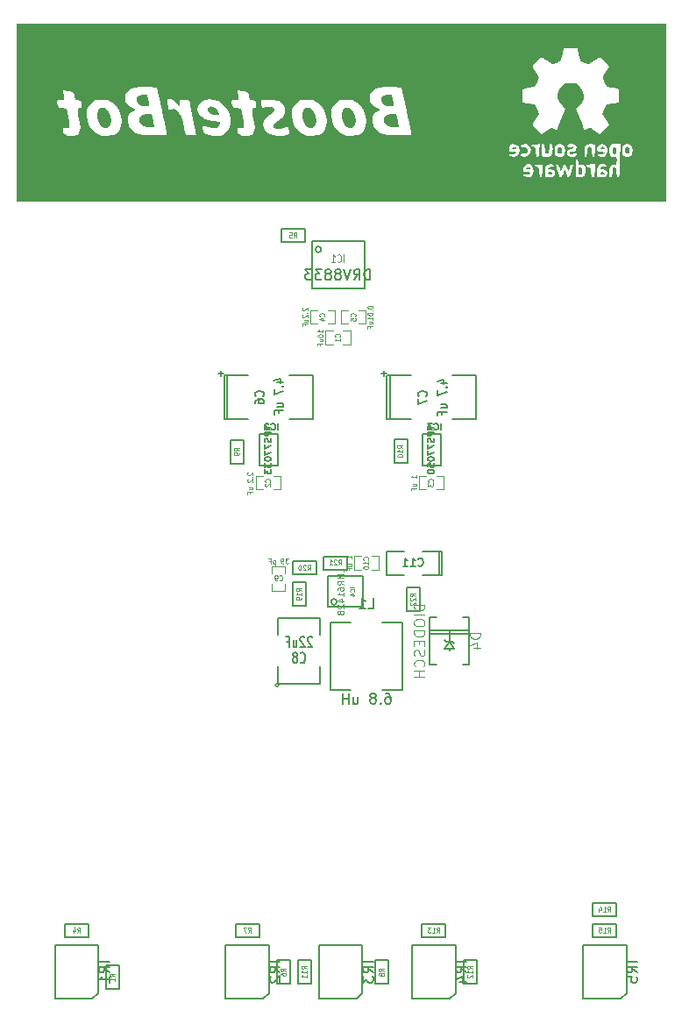
<source format=gbo>
G04 (created by PCBNEW (2013-07-07 BZR 4022)-stable) date 7/8/2014 5:22:45 PM*
%MOIN*%
G04 Gerber Fmt 3.4, Leading zero omitted, Abs format*
%FSLAX34Y34*%
G01*
G70*
G90*
G04 APERTURE LIST*
%ADD10C,0.00590551*%
%ADD11C,0.005*%
%ADD12C,0.0059*%
%ADD13C,0.0047*%
%ADD14C,0.0001*%
%ADD15C,0.0045*%
%ADD16C,0.00393701*%
%ADD17C,0.00472441*%
G04 APERTURE END LIST*
G54D10*
G54D11*
X78003Y-34340D02*
G75*
G03X78003Y-34340I-111J0D01*
G74*
G01*
X79641Y-35840D02*
X77641Y-35840D01*
X77641Y-35840D02*
X77641Y-34040D01*
X77641Y-34040D02*
X79641Y-34040D01*
X79641Y-34040D02*
X79641Y-35840D01*
G54D12*
X74425Y-40795D02*
X74425Y-39141D01*
X74307Y-40795D02*
X74307Y-39141D01*
X77693Y-40795D02*
X77693Y-39141D01*
X76786Y-39139D02*
X77686Y-39139D01*
X77686Y-40797D02*
X76786Y-40797D01*
X75213Y-40797D02*
X74313Y-40797D01*
X74314Y-39139D02*
X75214Y-39139D01*
X80622Y-40795D02*
X80622Y-39141D01*
X80503Y-40795D02*
X80503Y-39141D01*
X83889Y-40795D02*
X83889Y-39141D01*
X82982Y-39139D02*
X83882Y-39139D01*
X83882Y-40797D02*
X82982Y-40797D01*
X81409Y-40797D02*
X80509Y-40797D01*
X80510Y-39139D02*
X81410Y-39139D01*
G54D11*
X76386Y-50906D02*
G75*
G03X76386Y-50906I-70J0D01*
G74*
G01*
X76365Y-49006D02*
X76365Y-48356D01*
X76365Y-48356D02*
X77965Y-48356D01*
X77965Y-48356D02*
X77965Y-49006D01*
X77965Y-50206D02*
X77965Y-50856D01*
X77965Y-50856D02*
X76365Y-50856D01*
X76365Y-50856D02*
X76365Y-50206D01*
X82496Y-45809D02*
X82596Y-45809D01*
X82596Y-45809D02*
X82596Y-46709D01*
X82596Y-46709D02*
X82496Y-46709D01*
X82496Y-45809D02*
X82496Y-46709D01*
X82496Y-46709D02*
X81846Y-46709D01*
X81146Y-45809D02*
X80496Y-45809D01*
X80496Y-45809D02*
X80496Y-46709D01*
X80496Y-46709D02*
X81146Y-46709D01*
X81846Y-45809D02*
X82496Y-45809D01*
G54D13*
X79921Y-46003D02*
X80196Y-46003D01*
X79527Y-46003D02*
X79252Y-46003D01*
X79921Y-46515D02*
X80196Y-46515D01*
X79252Y-46515D02*
X79527Y-46515D01*
X80196Y-46509D02*
X80196Y-46009D01*
X79252Y-46009D02*
X79252Y-46509D01*
X76181Y-42952D02*
X76456Y-42952D01*
X75787Y-42952D02*
X75512Y-42952D01*
X76181Y-43464D02*
X76456Y-43464D01*
X75512Y-43464D02*
X75787Y-43464D01*
X76456Y-43458D02*
X76456Y-42958D01*
X75512Y-42958D02*
X75512Y-43458D01*
X78838Y-37440D02*
X79113Y-37440D01*
X78444Y-37440D02*
X78169Y-37440D01*
X78838Y-37952D02*
X79113Y-37952D01*
X78169Y-37952D02*
X78444Y-37952D01*
X79113Y-37946D02*
X79113Y-37446D01*
X78169Y-37446D02*
X78169Y-37946D01*
X78248Y-36653D02*
X78523Y-36653D01*
X77854Y-36653D02*
X77579Y-36653D01*
X78248Y-37165D02*
X78523Y-37165D01*
X77579Y-37165D02*
X77854Y-37165D01*
X78523Y-37159D02*
X78523Y-36659D01*
X77579Y-36659D02*
X77579Y-37159D01*
X79035Y-37165D02*
X78760Y-37165D01*
X79429Y-37165D02*
X79704Y-37165D01*
X79035Y-36653D02*
X78760Y-36653D01*
X79704Y-36653D02*
X79429Y-36653D01*
X78760Y-36659D02*
X78760Y-37159D01*
X79704Y-37159D02*
X79704Y-36659D01*
X82382Y-42952D02*
X82657Y-42952D01*
X81988Y-42952D02*
X81713Y-42952D01*
X82382Y-43464D02*
X82657Y-43464D01*
X81713Y-43464D02*
X81988Y-43464D01*
X82657Y-43458D02*
X82657Y-42958D01*
X81713Y-42958D02*
X81713Y-43458D01*
X76633Y-47047D02*
X76633Y-47322D01*
X76633Y-46653D02*
X76633Y-46378D01*
X76121Y-47047D02*
X76121Y-47322D01*
X76121Y-46378D02*
X76121Y-46653D01*
X76127Y-47322D02*
X76627Y-47322D01*
X76627Y-46378D02*
X76127Y-46378D01*
G54D11*
X80064Y-61361D02*
X80064Y-62261D01*
X80064Y-62261D02*
X80564Y-62261D01*
X80564Y-62261D02*
X80564Y-61361D01*
X80564Y-61361D02*
X80064Y-61361D01*
X75646Y-59986D02*
X74746Y-59986D01*
X74746Y-59986D02*
X74746Y-60486D01*
X74746Y-60486D02*
X75646Y-60486D01*
X75646Y-60486D02*
X75646Y-59986D01*
X77612Y-62261D02*
X77612Y-61361D01*
X77612Y-61361D02*
X77112Y-61361D01*
X77112Y-61361D02*
X77112Y-62261D01*
X77112Y-62261D02*
X77612Y-62261D01*
X83411Y-61361D02*
X83411Y-62261D01*
X83411Y-62261D02*
X83911Y-62261D01*
X83911Y-62261D02*
X83911Y-61361D01*
X83911Y-61361D02*
X83411Y-61361D01*
X76324Y-61361D02*
X76324Y-62261D01*
X76324Y-62261D02*
X76824Y-62261D01*
X76824Y-62261D02*
X76824Y-61361D01*
X76824Y-61361D02*
X76324Y-61361D01*
X82733Y-59986D02*
X81833Y-59986D01*
X81833Y-59986D02*
X81833Y-60486D01*
X81833Y-60486D02*
X82733Y-60486D01*
X82733Y-60486D02*
X82733Y-59986D01*
X88329Y-59698D02*
X89229Y-59698D01*
X89229Y-59698D02*
X89229Y-59198D01*
X89229Y-59198D02*
X88329Y-59198D01*
X88329Y-59198D02*
X88329Y-59698D01*
X89229Y-59986D02*
X88329Y-59986D01*
X88329Y-59986D02*
X88329Y-60486D01*
X88329Y-60486D02*
X89229Y-60486D01*
X89229Y-60486D02*
X89229Y-59986D01*
X74553Y-41577D02*
X74553Y-42477D01*
X74553Y-42477D02*
X75053Y-42477D01*
X75053Y-42477D02*
X75053Y-41577D01*
X75053Y-41577D02*
X74553Y-41577D01*
X80773Y-41557D02*
X80773Y-42457D01*
X80773Y-42457D02*
X81273Y-42457D01*
X81273Y-42457D02*
X81273Y-41557D01*
X81273Y-41557D02*
X80773Y-41557D01*
X81746Y-48087D02*
X81746Y-47187D01*
X81746Y-47187D02*
X81246Y-47187D01*
X81246Y-47187D02*
X81246Y-48087D01*
X81246Y-48087D02*
X81746Y-48087D01*
X76912Y-46706D02*
X77812Y-46706D01*
X77812Y-46706D02*
X77812Y-46206D01*
X77812Y-46206D02*
X76912Y-46206D01*
X76912Y-46206D02*
X76912Y-46706D01*
X78993Y-46009D02*
X78093Y-46009D01*
X78093Y-46009D02*
X78093Y-46509D01*
X78093Y-46509D02*
X78993Y-46509D01*
X78993Y-46509D02*
X78993Y-46009D01*
X77415Y-47890D02*
X77415Y-46990D01*
X77415Y-46990D02*
X76915Y-46990D01*
X76915Y-46990D02*
X76915Y-47890D01*
X76915Y-47890D02*
X77415Y-47890D01*
X69828Y-61557D02*
X69828Y-62457D01*
X69828Y-62457D02*
X70328Y-62457D01*
X70328Y-62457D02*
X70328Y-61557D01*
X70328Y-61557D02*
X69828Y-61557D01*
X69150Y-59986D02*
X68250Y-59986D01*
X68250Y-59986D02*
X68250Y-60486D01*
X68250Y-60486D02*
X69150Y-60486D01*
X69150Y-60486D02*
X69150Y-59986D01*
X76479Y-34068D02*
X77379Y-34068D01*
X77379Y-34068D02*
X77379Y-33568D01*
X77379Y-33568D02*
X76479Y-33568D01*
X76479Y-33568D02*
X76479Y-34068D01*
G54D10*
X79591Y-47936D02*
X79591Y-46755D01*
X79591Y-46755D02*
X78252Y-46755D01*
X78252Y-46755D02*
X78252Y-47936D01*
X78252Y-47936D02*
X79591Y-47936D01*
G54D11*
X78599Y-47739D02*
G75*
G03X78599Y-47739I-111J0D01*
G74*
G01*
X82874Y-49512D02*
X82874Y-49592D01*
X83624Y-50112D02*
X83624Y-48312D01*
X83624Y-48312D02*
X83374Y-48312D01*
X82124Y-48952D02*
X83624Y-48952D01*
X82124Y-48822D02*
X83624Y-48822D01*
X82374Y-50112D02*
X82124Y-50112D01*
X82124Y-50112D02*
X82124Y-48312D01*
X82124Y-48312D02*
X82374Y-48312D01*
X83374Y-50112D02*
X83624Y-50112D01*
X82874Y-49262D02*
X83061Y-49512D01*
X83061Y-49512D02*
X82874Y-49512D01*
X82874Y-49512D02*
X82687Y-49512D01*
X82687Y-49512D02*
X82874Y-49262D01*
X82874Y-49262D02*
X82999Y-49262D01*
X82999Y-49262D02*
X83061Y-49324D01*
X82874Y-49262D02*
X82749Y-49262D01*
X82749Y-49262D02*
X82687Y-49200D01*
X82874Y-49262D02*
X82874Y-48825D01*
G54D10*
X80314Y-48523D02*
X81102Y-48523D01*
X81102Y-48523D02*
X81102Y-51082D01*
X81102Y-51082D02*
X80314Y-51082D01*
X79133Y-51082D02*
X78346Y-51082D01*
X78346Y-51082D02*
X78346Y-48523D01*
X78346Y-48523D02*
X79133Y-48523D01*
G54D11*
X82546Y-41368D02*
X81846Y-41368D01*
X81846Y-41368D02*
X81846Y-42568D01*
X81846Y-42568D02*
X82546Y-42568D01*
X82546Y-42568D02*
X82546Y-41368D01*
X76350Y-41368D02*
X75650Y-41368D01*
X75650Y-41368D02*
X75650Y-42568D01*
X75650Y-42568D02*
X76350Y-42568D01*
X76350Y-42568D02*
X76350Y-41368D01*
G54D14*
G36*
X91107Y-32533D02*
X89840Y-32533D01*
X89840Y-30584D01*
X89821Y-30449D01*
X89761Y-30366D01*
X89661Y-30334D01*
X89640Y-30333D01*
X89532Y-30357D01*
X89466Y-30431D01*
X89440Y-30557D01*
X89440Y-30584D01*
X89463Y-30711D01*
X89528Y-30798D01*
X89627Y-30833D01*
X89640Y-30833D01*
X89705Y-30815D01*
X89766Y-30781D01*
X89816Y-30727D01*
X89838Y-30645D01*
X89840Y-30584D01*
X89840Y-32533D01*
X89375Y-32533D01*
X89375Y-30333D01*
X89323Y-30333D01*
X89323Y-28748D01*
X89323Y-28499D01*
X89323Y-28250D01*
X89140Y-28207D01*
X89025Y-28181D01*
X88929Y-28159D01*
X88890Y-28150D01*
X88841Y-28112D01*
X88787Y-28033D01*
X88739Y-27935D01*
X88710Y-27842D01*
X88707Y-27807D01*
X88724Y-27758D01*
X88770Y-27675D01*
X88823Y-27591D01*
X88884Y-27494D01*
X88927Y-27418D01*
X88940Y-27382D01*
X88918Y-27343D01*
X88859Y-27273D01*
X88777Y-27187D01*
X88775Y-27185D01*
X88610Y-27023D01*
X88396Y-27163D01*
X88181Y-27302D01*
X88035Y-27246D01*
X87943Y-27208D01*
X87878Y-27176D01*
X87864Y-27167D01*
X87845Y-27125D01*
X87821Y-27036D01*
X87796Y-26919D01*
X87795Y-26914D01*
X87753Y-26683D01*
X87490Y-26683D01*
X87227Y-26683D01*
X87185Y-26914D01*
X87160Y-27032D01*
X87135Y-27122D01*
X87117Y-27167D01*
X87116Y-27167D01*
X87071Y-27192D01*
X86988Y-27229D01*
X86944Y-27246D01*
X86799Y-27302D01*
X86584Y-27163D01*
X86369Y-27023D01*
X86205Y-27185D01*
X86122Y-27271D01*
X86063Y-27342D01*
X86040Y-27382D01*
X86057Y-27427D01*
X86103Y-27507D01*
X86157Y-27591D01*
X86218Y-27688D01*
X86260Y-27768D01*
X86273Y-27807D01*
X86257Y-27891D01*
X86216Y-27990D01*
X86163Y-28080D01*
X86111Y-28140D01*
X86090Y-28150D01*
X86021Y-28166D01*
X85915Y-28190D01*
X85840Y-28207D01*
X85657Y-28250D01*
X85657Y-28499D01*
X85657Y-28748D01*
X85896Y-28794D01*
X86135Y-28840D01*
X86208Y-29021D01*
X86282Y-29201D01*
X86161Y-29383D01*
X86099Y-29480D01*
X86055Y-29555D01*
X86040Y-29590D01*
X86062Y-29624D01*
X86119Y-29691D01*
X86201Y-29777D01*
X86212Y-29789D01*
X86384Y-29963D01*
X86578Y-29827D01*
X86680Y-29757D01*
X86745Y-29721D01*
X86789Y-29714D01*
X86831Y-29731D01*
X86859Y-29748D01*
X86923Y-29784D01*
X86958Y-29793D01*
X86959Y-29792D01*
X86976Y-29758D01*
X87013Y-29674D01*
X87065Y-29553D01*
X87126Y-29406D01*
X87136Y-29382D01*
X87301Y-28985D01*
X87175Y-28877D01*
X87056Y-28737D01*
X86998Y-28579D01*
X87000Y-28413D01*
X87062Y-28253D01*
X87158Y-28132D01*
X87229Y-28068D01*
X87293Y-28034D01*
X87373Y-28019D01*
X87490Y-28017D01*
X87611Y-28020D01*
X87690Y-28034D01*
X87753Y-28070D01*
X87822Y-28132D01*
X87934Y-28280D01*
X87985Y-28443D01*
X87976Y-28608D01*
X87907Y-28763D01*
X87805Y-28877D01*
X87679Y-28985D01*
X87843Y-29382D01*
X87906Y-29532D01*
X87960Y-29658D01*
X88000Y-29748D01*
X88020Y-29791D01*
X88021Y-29792D01*
X88055Y-29785D01*
X88118Y-29750D01*
X88121Y-29748D01*
X88169Y-29720D01*
X88210Y-29714D01*
X88262Y-29734D01*
X88342Y-29785D01*
X88402Y-29827D01*
X88596Y-29963D01*
X88768Y-29789D01*
X88851Y-29701D01*
X88913Y-29631D01*
X88939Y-29592D01*
X88940Y-29590D01*
X88923Y-29552D01*
X88878Y-29475D01*
X88819Y-29383D01*
X88698Y-29201D01*
X88771Y-29021D01*
X88845Y-28840D01*
X89084Y-28794D01*
X89323Y-28748D01*
X89323Y-30333D01*
X89208Y-30333D01*
X89101Y-30339D01*
X89037Y-30361D01*
X88992Y-30409D01*
X88986Y-30417D01*
X88947Y-30524D01*
X88951Y-30625D01*
X88993Y-30745D01*
X89067Y-30813D01*
X89165Y-30823D01*
X89210Y-30821D01*
X89232Y-30846D01*
X89239Y-30915D01*
X89240Y-30965D01*
X89238Y-31060D01*
X89224Y-31103D01*
X89187Y-31113D01*
X89144Y-31108D01*
X89048Y-31122D01*
X88981Y-31193D01*
X88945Y-31317D01*
X88940Y-31402D01*
X88945Y-31515D01*
X88965Y-31576D01*
X89006Y-31599D01*
X89027Y-31600D01*
X89057Y-31568D01*
X89075Y-31472D01*
X89080Y-31408D01*
X89089Y-31299D01*
X89104Y-31241D01*
X89133Y-31219D01*
X89157Y-31217D01*
X89195Y-31225D01*
X89217Y-31261D01*
X89229Y-31339D01*
X89233Y-31410D01*
X89242Y-31520D01*
X89257Y-31577D01*
X89284Y-31595D01*
X89300Y-31593D01*
X89320Y-31583D01*
X89335Y-31556D01*
X89346Y-31504D01*
X89354Y-31416D01*
X89359Y-31286D01*
X89363Y-31103D01*
X89366Y-30958D01*
X89375Y-30333D01*
X89375Y-32533D01*
X88903Y-32533D01*
X88903Y-30518D01*
X88864Y-30420D01*
X88785Y-30354D01*
X88689Y-30333D01*
X88589Y-30351D01*
X88523Y-30412D01*
X88521Y-30415D01*
X88477Y-30512D01*
X88491Y-30579D01*
X88566Y-30617D01*
X88632Y-30627D01*
X88718Y-30639D01*
X88768Y-30657D01*
X88773Y-30665D01*
X88746Y-30700D01*
X88688Y-30720D01*
X88635Y-30714D01*
X88580Y-30707D01*
X88547Y-30716D01*
X88510Y-30737D01*
X88526Y-30763D01*
X88555Y-30786D01*
X88661Y-30830D01*
X88764Y-30809D01*
X88837Y-30745D01*
X88896Y-30631D01*
X88903Y-30518D01*
X88903Y-32533D01*
X88899Y-32533D01*
X88899Y-31467D01*
X88886Y-31390D01*
X88826Y-31330D01*
X88727Y-31301D01*
X88704Y-31300D01*
X88627Y-31285D01*
X88607Y-31247D01*
X88628Y-31209D01*
X88698Y-31204D01*
X88785Y-31203D01*
X88843Y-31183D01*
X88857Y-31152D01*
X88835Y-31130D01*
X88754Y-31104D01*
X88654Y-31104D01*
X88569Y-31128D01*
X88540Y-31150D01*
X88510Y-31217D01*
X88486Y-31321D01*
X88474Y-31433D01*
X88478Y-31523D01*
X88483Y-31544D01*
X88527Y-31577D01*
X88611Y-31593D01*
X88711Y-31593D01*
X88802Y-31575D01*
X88855Y-31546D01*
X88899Y-31467D01*
X88899Y-32533D01*
X88407Y-32533D01*
X88407Y-31353D01*
X88407Y-31106D01*
X88407Y-30588D01*
X88407Y-30342D01*
X88241Y-30338D01*
X88131Y-30344D01*
X88061Y-30376D01*
X88023Y-30444D01*
X88008Y-30561D01*
X88007Y-30648D01*
X88011Y-30759D01*
X88026Y-30817D01*
X88056Y-30833D01*
X88057Y-30833D01*
X88089Y-30814D01*
X88104Y-30750D01*
X88107Y-30675D01*
X88117Y-30539D01*
X88147Y-30462D01*
X88202Y-30436D01*
X88227Y-30439D01*
X88264Y-30458D01*
X88286Y-30508D01*
X88298Y-30605D01*
X88300Y-30642D01*
X88311Y-30758D01*
X88332Y-30819D01*
X88358Y-30833D01*
X88384Y-30819D01*
X88399Y-30767D01*
X88406Y-30667D01*
X88407Y-30588D01*
X88407Y-31106D01*
X88240Y-31105D01*
X88145Y-31108D01*
X88085Y-31119D01*
X88074Y-31127D01*
X88104Y-31187D01*
X88177Y-31216D01*
X88190Y-31217D01*
X88228Y-31225D01*
X88250Y-31261D01*
X88262Y-31340D01*
X88266Y-31408D01*
X88275Y-31518D01*
X88291Y-31576D01*
X88320Y-31598D01*
X88341Y-31600D01*
X88375Y-31593D01*
X88394Y-31565D01*
X88404Y-31501D01*
X88406Y-31387D01*
X88407Y-31353D01*
X88407Y-32533D01*
X88072Y-32533D01*
X88072Y-31307D01*
X88040Y-31207D01*
X87978Y-31134D01*
X87893Y-31106D01*
X87869Y-31108D01*
X87804Y-31111D01*
X87778Y-31083D01*
X87773Y-31011D01*
X87761Y-30927D01*
X87733Y-30907D01*
X87733Y-30733D01*
X87721Y-30693D01*
X87671Y-30680D01*
X87607Y-30699D01*
X87529Y-30722D01*
X87465Y-30710D01*
X87440Y-30668D01*
X87468Y-30640D01*
X87509Y-30633D01*
X87622Y-30610D01*
X87690Y-30544D01*
X87707Y-30469D01*
X87689Y-30389D01*
X87654Y-30353D01*
X87559Y-30335D01*
X87454Y-30340D01*
X87377Y-30363D01*
X87344Y-30403D01*
X87365Y-30434D01*
X87429Y-30448D01*
X87490Y-30443D01*
X87576Y-30439D01*
X87605Y-30457D01*
X87578Y-30487D01*
X87497Y-30519D01*
X87482Y-30523D01*
X87396Y-30551D01*
X87357Y-30595D01*
X87345Y-30649D01*
X87362Y-30742D01*
X87425Y-30806D01*
X87517Y-30835D01*
X87620Y-30823D01*
X87692Y-30785D01*
X87733Y-30733D01*
X87733Y-30907D01*
X87723Y-30900D01*
X87700Y-30911D01*
X87685Y-30950D01*
X87677Y-31029D01*
X87674Y-31159D01*
X87673Y-31246D01*
X87673Y-31591D01*
X87822Y-31594D01*
X87927Y-31588D01*
X87992Y-31559D01*
X88022Y-31525D01*
X88068Y-31418D01*
X88072Y-31307D01*
X88072Y-32533D01*
X87595Y-32533D01*
X87595Y-31112D01*
X87594Y-31110D01*
X87549Y-31100D01*
X87501Y-31141D01*
X87465Y-31221D01*
X87459Y-31247D01*
X87434Y-31337D01*
X87407Y-31360D01*
X87377Y-31317D01*
X87354Y-31242D01*
X87316Y-31142D01*
X87273Y-31109D01*
X87273Y-30584D01*
X87254Y-30449D01*
X87195Y-30366D01*
X87094Y-30334D01*
X87073Y-30333D01*
X86965Y-30357D01*
X86899Y-30431D01*
X86874Y-30557D01*
X86873Y-30584D01*
X86897Y-30711D01*
X86962Y-30798D01*
X87061Y-30833D01*
X87073Y-30833D01*
X87139Y-30815D01*
X87199Y-30781D01*
X87250Y-30727D01*
X87271Y-30645D01*
X87273Y-30584D01*
X87273Y-31109D01*
X87271Y-31108D01*
X87223Y-31139D01*
X87175Y-31234D01*
X87167Y-31257D01*
X87116Y-31417D01*
X87074Y-31258D01*
X87037Y-31153D01*
X86996Y-31105D01*
X86973Y-31100D01*
X86942Y-31104D01*
X86931Y-31126D01*
X86940Y-31180D01*
X86969Y-31280D01*
X86977Y-31308D01*
X87020Y-31445D01*
X87048Y-31531D01*
X87069Y-31577D01*
X87088Y-31596D01*
X87111Y-31600D01*
X87120Y-31600D01*
X87161Y-31569D01*
X87201Y-31484D01*
X87215Y-31442D01*
X87260Y-31283D01*
X87311Y-31433D01*
X87357Y-31542D01*
X87400Y-31588D01*
X87444Y-31570D01*
X87491Y-31487D01*
X87536Y-31365D01*
X87570Y-31249D01*
X87591Y-31159D01*
X87595Y-31112D01*
X87595Y-32533D01*
X86900Y-32533D01*
X86900Y-31493D01*
X86900Y-31405D01*
X86866Y-31340D01*
X86807Y-31312D01*
X86719Y-31300D01*
X86718Y-31300D01*
X86644Y-31293D01*
X86624Y-31267D01*
X86629Y-31248D01*
X86675Y-31209D01*
X86753Y-31206D01*
X86830Y-31204D01*
X86856Y-31172D01*
X86857Y-31167D01*
X86828Y-31128D01*
X86807Y-31122D01*
X86807Y-30517D01*
X86804Y-30411D01*
X86791Y-30355D01*
X86763Y-30335D01*
X86740Y-30333D01*
X86701Y-30341D01*
X86681Y-30376D01*
X86674Y-30452D01*
X86673Y-30517D01*
X86671Y-30621D01*
X86660Y-30676D01*
X86631Y-30697D01*
X86590Y-30700D01*
X86542Y-30695D01*
X86517Y-30670D01*
X86508Y-30608D01*
X86507Y-30517D01*
X86504Y-30411D01*
X86491Y-30355D01*
X86463Y-30335D01*
X86440Y-30333D01*
X86404Y-30340D01*
X86384Y-30369D01*
X86375Y-30434D01*
X86373Y-30551D01*
X86373Y-30561D01*
X86376Y-30678D01*
X86382Y-30766D01*
X86391Y-30807D01*
X86451Y-30828D01*
X86545Y-30828D01*
X86645Y-30810D01*
X86725Y-30778D01*
X86742Y-30764D01*
X86784Y-30699D01*
X86804Y-30602D01*
X86807Y-30517D01*
X86807Y-31122D01*
X86740Y-31107D01*
X86724Y-31106D01*
X86621Y-31111D01*
X86554Y-31152D01*
X86519Y-31238D01*
X86507Y-31379D01*
X86507Y-31402D01*
X86507Y-31591D01*
X86663Y-31595D01*
X86766Y-31589D01*
X86844Y-31572D01*
X86863Y-31561D01*
X86900Y-31493D01*
X86900Y-32533D01*
X86407Y-32533D01*
X86407Y-31352D01*
X86407Y-31105D01*
X86309Y-31108D01*
X86309Y-30340D01*
X86150Y-30345D01*
X86050Y-30357D01*
X86002Y-30380D01*
X86010Y-30408D01*
X86079Y-30434D01*
X86080Y-30435D01*
X86124Y-30453D01*
X86149Y-30492D01*
X86162Y-30571D01*
X86167Y-30645D01*
X86175Y-30755D01*
X86191Y-30811D01*
X86218Y-30828D01*
X86233Y-30827D01*
X86264Y-30808D01*
X86284Y-30759D01*
X86295Y-30664D01*
X86300Y-30578D01*
X86309Y-30340D01*
X86309Y-31108D01*
X86248Y-31111D01*
X86147Y-31123D01*
X86098Y-31146D01*
X86106Y-31173D01*
X86175Y-31197D01*
X86192Y-31200D01*
X86247Y-31214D01*
X86278Y-31243D01*
X86292Y-31304D01*
X86300Y-31408D01*
X86311Y-31525D01*
X86332Y-31585D01*
X86358Y-31600D01*
X86384Y-31585D01*
X86399Y-31534D01*
X86406Y-31434D01*
X86407Y-31352D01*
X86407Y-32533D01*
X86073Y-32533D01*
X86073Y-31356D01*
X86060Y-31244D01*
X86018Y-31161D01*
X85975Y-31134D01*
X85975Y-30557D01*
X85948Y-30455D01*
X85884Y-30375D01*
X85789Y-30335D01*
X85763Y-30334D01*
X85673Y-30343D01*
X85611Y-30363D01*
X85579Y-30403D01*
X85600Y-30436D01*
X85661Y-30450D01*
X85705Y-30445D01*
X85794Y-30453D01*
X85847Y-30510D01*
X85855Y-30605D01*
X85850Y-30631D01*
X85826Y-30682D01*
X85778Y-30696D01*
X85719Y-30689D01*
X85629Y-30688D01*
X85584Y-30714D01*
X85592Y-30758D01*
X85624Y-30788D01*
X85729Y-30830D01*
X85835Y-30806D01*
X85896Y-30761D01*
X85959Y-30665D01*
X85975Y-30557D01*
X85975Y-31134D01*
X85932Y-31107D01*
X85836Y-31105D01*
X85748Y-31148D01*
X85689Y-31227D01*
X85673Y-31305D01*
X85678Y-31363D01*
X85704Y-31391D01*
X85768Y-31399D01*
X85827Y-31400D01*
X85918Y-31402D01*
X85955Y-31414D01*
X85948Y-31440D01*
X85939Y-31451D01*
X85868Y-31488D01*
X85804Y-31483D01*
X85727Y-31480D01*
X85690Y-31504D01*
X85703Y-31543D01*
X85731Y-31563D01*
X85842Y-31597D01*
X85954Y-31580D01*
X86012Y-31545D01*
X86057Y-31466D01*
X86073Y-31356D01*
X86073Y-32533D01*
X85539Y-32533D01*
X85539Y-30558D01*
X85517Y-30447D01*
X85485Y-30394D01*
X85400Y-30345D01*
X85297Y-30338D01*
X85205Y-30374D01*
X85192Y-30386D01*
X85153Y-30457D01*
X85140Y-30536D01*
X85144Y-30595D01*
X85169Y-30624D01*
X85233Y-30633D01*
X85294Y-30633D01*
X85385Y-30636D01*
X85421Y-30647D01*
X85414Y-30673D01*
X85405Y-30685D01*
X85335Y-30721D01*
X85271Y-30716D01*
X85194Y-30713D01*
X85157Y-30737D01*
X85170Y-30776D01*
X85197Y-30797D01*
X85313Y-30830D01*
X85423Y-30804D01*
X85473Y-30767D01*
X85524Y-30675D01*
X85539Y-30558D01*
X85539Y-32533D01*
X81438Y-32533D01*
X81438Y-29975D01*
X81431Y-29937D01*
X81412Y-29842D01*
X81382Y-29700D01*
X81343Y-29519D01*
X81298Y-29307D01*
X81248Y-29074D01*
X81246Y-29067D01*
X81055Y-28183D01*
X80706Y-28173D01*
X80542Y-28171D01*
X80387Y-28173D01*
X80262Y-28179D01*
X80213Y-28184D01*
X80056Y-28234D01*
X79941Y-28324D01*
X79870Y-28442D01*
X79845Y-28575D01*
X79867Y-28710D01*
X79938Y-28836D01*
X80059Y-28938D01*
X80112Y-28965D01*
X80249Y-29027D01*
X80145Y-29081D01*
X80025Y-29167D01*
X79960Y-29280D01*
X79945Y-29430D01*
X79948Y-29470D01*
X79996Y-29653D01*
X80099Y-29801D01*
X80254Y-29910D01*
X80418Y-29968D01*
X80490Y-29978D01*
X80605Y-29986D01*
X80748Y-29992D01*
X80906Y-29995D01*
X81065Y-29996D01*
X81212Y-29995D01*
X81332Y-29990D01*
X81412Y-29984D01*
X81438Y-29975D01*
X81438Y-32533D01*
X79725Y-32533D01*
X79725Y-29450D01*
X79697Y-29243D01*
X79620Y-29044D01*
X79502Y-28864D01*
X79356Y-28742D01*
X79175Y-28672D01*
X78953Y-28650D01*
X78811Y-28654D01*
X78714Y-28671D01*
X78642Y-28703D01*
X78619Y-28719D01*
X78480Y-28858D01*
X78399Y-29025D01*
X78377Y-29222D01*
X78413Y-29450D01*
X78423Y-29487D01*
X78501Y-29665D01*
X78622Y-29822D01*
X78768Y-29941D01*
X78875Y-29992D01*
X79003Y-30017D01*
X79155Y-30021D01*
X79307Y-30006D01*
X79436Y-29975D01*
X79502Y-29942D01*
X79627Y-29809D01*
X79701Y-29642D01*
X79725Y-29450D01*
X79725Y-32533D01*
X78757Y-32533D01*
X78225Y-32533D01*
X78225Y-29450D01*
X78197Y-29243D01*
X78120Y-29044D01*
X78002Y-28864D01*
X77856Y-28742D01*
X77675Y-28672D01*
X77453Y-28650D01*
X77311Y-28654D01*
X77214Y-28671D01*
X77142Y-28703D01*
X77119Y-28719D01*
X76980Y-28858D01*
X76899Y-29025D01*
X76877Y-29222D01*
X76913Y-29450D01*
X76923Y-29487D01*
X77001Y-29665D01*
X77122Y-29822D01*
X77268Y-29941D01*
X77375Y-29992D01*
X77503Y-30017D01*
X77655Y-30021D01*
X77807Y-30006D01*
X77936Y-29975D01*
X78002Y-29942D01*
X78127Y-29809D01*
X78201Y-29642D01*
X78225Y-29450D01*
X78225Y-32533D01*
X76797Y-32533D01*
X76797Y-29927D01*
X76795Y-29906D01*
X76776Y-29831D01*
X76759Y-29760D01*
X76739Y-29670D01*
X76602Y-29718D01*
X76432Y-29761D01*
X76298Y-29755D01*
X76238Y-29732D01*
X76178Y-29676D01*
X76183Y-29606D01*
X76253Y-29524D01*
X76350Y-29453D01*
X76476Y-29368D01*
X76555Y-29298D01*
X76600Y-29229D01*
X76624Y-29145D01*
X76629Y-29109D01*
X76616Y-28972D01*
X76549Y-28839D01*
X76441Y-28732D01*
X76389Y-28700D01*
X76317Y-28679D01*
X76206Y-28663D01*
X76074Y-28653D01*
X75941Y-28649D01*
X75825Y-28652D01*
X75744Y-28663D01*
X75721Y-28674D01*
X75713Y-28717D01*
X75718Y-28800D01*
X75723Y-28833D01*
X75744Y-28921D01*
X75771Y-28954D01*
X75800Y-28951D01*
X75929Y-28916D01*
X76053Y-28908D01*
X76150Y-28927D01*
X76184Y-28949D01*
X76228Y-29008D01*
X76229Y-29063D01*
X76181Y-29124D01*
X76079Y-29202D01*
X76048Y-29222D01*
X75943Y-29302D01*
X75857Y-29383D01*
X75812Y-29444D01*
X75783Y-29576D01*
X75807Y-29718D01*
X75878Y-29846D01*
X75883Y-29851D01*
X75999Y-29940D01*
X76160Y-30000D01*
X76347Y-30030D01*
X76544Y-30025D01*
X76683Y-29998D01*
X76768Y-29965D01*
X76797Y-29927D01*
X76797Y-32533D01*
X75537Y-32533D01*
X75537Y-28927D01*
X75527Y-28862D01*
X75512Y-28774D01*
X75507Y-28712D01*
X75476Y-28677D01*
X75394Y-28667D01*
X75323Y-28662D01*
X75286Y-28636D01*
X75267Y-28570D01*
X75259Y-28520D01*
X75242Y-28431D01*
X75212Y-28382D01*
X75149Y-28353D01*
X75080Y-28335D01*
X74973Y-28308D01*
X74884Y-28285D01*
X74860Y-28278D01*
X74831Y-28269D01*
X74814Y-28273D01*
X74810Y-28299D01*
X74818Y-28360D01*
X74840Y-28468D01*
X74862Y-28575D01*
X74870Y-28630D01*
X74853Y-28657D01*
X74794Y-28666D01*
X74727Y-28667D01*
X74633Y-28669D01*
X74591Y-28682D01*
X74584Y-28718D01*
X74592Y-28758D01*
X74619Y-28870D01*
X74646Y-28932D01*
X74689Y-28960D01*
X74763Y-28971D01*
X74799Y-28973D01*
X74955Y-28983D01*
X75018Y-29307D01*
X75050Y-29485D01*
X75063Y-29607D01*
X75056Y-29682D01*
X75025Y-29720D01*
X74970Y-29728D01*
X74923Y-29723D01*
X74847Y-29717D01*
X74813Y-29740D01*
X74813Y-29804D01*
X74836Y-29899D01*
X74886Y-29965D01*
X74981Y-30011D01*
X75103Y-30032D01*
X75231Y-30025D01*
X75340Y-29990D01*
X75417Y-29930D01*
X75463Y-29838D01*
X75477Y-29707D01*
X75463Y-29529D01*
X75437Y-29380D01*
X75405Y-29209D01*
X75385Y-29094D01*
X75379Y-29022D01*
X75388Y-28984D01*
X75411Y-28969D01*
X75450Y-28967D01*
X75461Y-28967D01*
X75520Y-28960D01*
X75537Y-28927D01*
X75537Y-32533D01*
X74553Y-32533D01*
X74553Y-29391D01*
X74509Y-29183D01*
X74458Y-29057D01*
X74359Y-28908D01*
X74227Y-28789D01*
X74073Y-28704D01*
X73908Y-28652D01*
X73743Y-28637D01*
X73589Y-28658D01*
X73457Y-28719D01*
X73358Y-28819D01*
X73319Y-28902D01*
X73300Y-29052D01*
X73342Y-29188D01*
X73439Y-29302D01*
X73585Y-29384D01*
X73632Y-29399D01*
X73735Y-29422D01*
X73870Y-29444D01*
X73965Y-29456D01*
X74094Y-29475D01*
X74160Y-29505D01*
X74167Y-29553D01*
X74119Y-29622D01*
X74087Y-29656D01*
X74026Y-29708D01*
X73963Y-29729D01*
X73870Y-29726D01*
X73839Y-29723D01*
X73716Y-29699D01*
X73602Y-29663D01*
X73570Y-29648D01*
X73500Y-29614D01*
X73475Y-29614D01*
X73480Y-29653D01*
X73485Y-29672D01*
X73502Y-29767D01*
X73506Y-29824D01*
X73537Y-29894D01*
X73620Y-29953D01*
X73739Y-29997D01*
X73880Y-30024D01*
X74029Y-30031D01*
X74170Y-30013D01*
X74249Y-29987D01*
X74393Y-29893D01*
X74493Y-29755D01*
X74547Y-29585D01*
X74553Y-29391D01*
X74553Y-32533D01*
X73240Y-32533D01*
X73240Y-29970D01*
X73233Y-29928D01*
X73215Y-29833D01*
X73187Y-29696D01*
X73153Y-29527D01*
X73123Y-29386D01*
X73084Y-29196D01*
X73051Y-29024D01*
X73025Y-28883D01*
X73010Y-28785D01*
X73007Y-28749D01*
X73002Y-28703D01*
X72979Y-28679D01*
X72921Y-28668D01*
X72812Y-28667D01*
X72807Y-28667D01*
X72607Y-28667D01*
X72606Y-28792D01*
X72606Y-28917D01*
X72542Y-28819D01*
X72430Y-28700D01*
X72292Y-28641D01*
X72228Y-28634D01*
X72170Y-28637D01*
X72146Y-28658D01*
X72145Y-28715D01*
X72155Y-28787D01*
X72176Y-28912D01*
X72199Y-28983D01*
X72232Y-29013D01*
X72286Y-29015D01*
X72325Y-29010D01*
X72403Y-29006D01*
X72467Y-29031D01*
X72544Y-29097D01*
X72553Y-29106D01*
X72603Y-29160D01*
X72642Y-29217D01*
X72675Y-29289D01*
X72707Y-29388D01*
X72742Y-29526D01*
X72784Y-29716D01*
X72789Y-29742D01*
X72844Y-30000D01*
X73042Y-30000D01*
X73147Y-29995D01*
X73219Y-29983D01*
X73240Y-29970D01*
X73240Y-32533D01*
X72138Y-32533D01*
X72138Y-29975D01*
X72131Y-29937D01*
X72112Y-29842D01*
X72082Y-29700D01*
X72043Y-29519D01*
X71998Y-29307D01*
X71948Y-29074D01*
X71946Y-29067D01*
X71755Y-28183D01*
X71406Y-28173D01*
X71242Y-28171D01*
X71087Y-28173D01*
X70962Y-28179D01*
X70913Y-28184D01*
X70756Y-28234D01*
X70641Y-28324D01*
X70570Y-28442D01*
X70545Y-28575D01*
X70567Y-28710D01*
X70638Y-28836D01*
X70759Y-28938D01*
X70812Y-28965D01*
X70949Y-29027D01*
X70845Y-29081D01*
X70725Y-29167D01*
X70660Y-29280D01*
X70645Y-29430D01*
X70648Y-29470D01*
X70696Y-29653D01*
X70799Y-29801D01*
X70954Y-29910D01*
X71118Y-29968D01*
X71190Y-29978D01*
X71305Y-29986D01*
X71448Y-29992D01*
X71606Y-29995D01*
X71765Y-29996D01*
X71912Y-29995D01*
X72032Y-29990D01*
X72112Y-29984D01*
X72138Y-29975D01*
X72138Y-32533D01*
X70425Y-32533D01*
X70425Y-29450D01*
X70397Y-29243D01*
X70320Y-29044D01*
X70202Y-28864D01*
X70056Y-28742D01*
X69875Y-28672D01*
X69653Y-28650D01*
X69511Y-28654D01*
X69414Y-28671D01*
X69342Y-28703D01*
X69319Y-28719D01*
X69180Y-28858D01*
X69099Y-29025D01*
X69077Y-29222D01*
X69113Y-29450D01*
X69123Y-29487D01*
X69201Y-29665D01*
X69322Y-29822D01*
X69468Y-29941D01*
X69575Y-29992D01*
X69703Y-30017D01*
X69855Y-30021D01*
X70007Y-30006D01*
X70136Y-29975D01*
X70202Y-29942D01*
X70327Y-29809D01*
X70401Y-29642D01*
X70425Y-29450D01*
X70425Y-32533D01*
X68903Y-32533D01*
X68903Y-28927D01*
X68894Y-28862D01*
X68879Y-28774D01*
X68873Y-28712D01*
X68842Y-28677D01*
X68760Y-28667D01*
X68690Y-28662D01*
X68653Y-28636D01*
X68633Y-28570D01*
X68625Y-28520D01*
X68608Y-28431D01*
X68578Y-28382D01*
X68516Y-28353D01*
X68447Y-28335D01*
X68339Y-28308D01*
X68251Y-28285D01*
X68227Y-28278D01*
X68197Y-28269D01*
X68180Y-28273D01*
X68176Y-28299D01*
X68185Y-28360D01*
X68207Y-28468D01*
X68229Y-28575D01*
X68237Y-28630D01*
X68219Y-28657D01*
X68161Y-28666D01*
X68093Y-28667D01*
X68000Y-28669D01*
X67958Y-28682D01*
X67951Y-28718D01*
X67959Y-28758D01*
X67986Y-28870D01*
X68013Y-28932D01*
X68056Y-28960D01*
X68130Y-28971D01*
X68166Y-28973D01*
X68322Y-28983D01*
X68385Y-29307D01*
X68417Y-29485D01*
X68430Y-29607D01*
X68422Y-29682D01*
X68392Y-29720D01*
X68337Y-29728D01*
X68289Y-29723D01*
X68214Y-29717D01*
X68180Y-29740D01*
X68180Y-29804D01*
X68203Y-29899D01*
X68253Y-29965D01*
X68348Y-30011D01*
X68469Y-30032D01*
X68597Y-30025D01*
X68707Y-29990D01*
X68784Y-29930D01*
X68829Y-29838D01*
X68844Y-29707D01*
X68829Y-29529D01*
X68804Y-29380D01*
X68771Y-29209D01*
X68752Y-29094D01*
X68746Y-29022D01*
X68754Y-28984D01*
X68778Y-28969D01*
X68817Y-28967D01*
X68827Y-28967D01*
X68886Y-28960D01*
X68903Y-28927D01*
X68903Y-32533D01*
X66407Y-32533D01*
X66407Y-29150D01*
X66407Y-25767D01*
X78757Y-25767D01*
X91107Y-25767D01*
X91107Y-29150D01*
X91107Y-32533D01*
X91107Y-32533D01*
X91107Y-32533D01*
G37*
G36*
X85965Y-31258D02*
X85948Y-31290D01*
X85877Y-31300D01*
X85807Y-31292D01*
X85791Y-31264D01*
X85795Y-31248D01*
X85838Y-31212D01*
X85903Y-31210D01*
X85956Y-31241D01*
X85965Y-31258D01*
X85965Y-31258D01*
X85965Y-31258D01*
G37*
G36*
X86798Y-31442D02*
X86757Y-31482D01*
X86692Y-31492D01*
X86638Y-31468D01*
X86628Y-31452D01*
X86630Y-31415D01*
X86680Y-31401D01*
X86710Y-31400D01*
X86784Y-31411D01*
X86798Y-31442D01*
X86798Y-31442D01*
X86798Y-31442D01*
G37*
G36*
X87923Y-31349D02*
X87915Y-31442D01*
X87886Y-31486D01*
X87865Y-31494D01*
X87806Y-31480D01*
X87787Y-31455D01*
X87777Y-31386D01*
X87779Y-31311D01*
X87802Y-31238D01*
X87856Y-31217D01*
X87857Y-31217D01*
X87900Y-31228D01*
X87919Y-31273D01*
X87923Y-31349D01*
X87923Y-31349D01*
X87923Y-31349D01*
G37*
G36*
X88773Y-31450D02*
X88747Y-31488D01*
X88689Y-31500D01*
X88633Y-31482D01*
X88629Y-31478D01*
X88607Y-31431D01*
X88646Y-31404D01*
X88690Y-31400D01*
X88757Y-31417D01*
X88773Y-31450D01*
X88773Y-31450D01*
X88773Y-31450D01*
G37*
G36*
X89233Y-30571D02*
X89225Y-30668D01*
X89185Y-30716D01*
X89121Y-30708D01*
X89109Y-30702D01*
X89083Y-30652D01*
X89079Y-30566D01*
X89079Y-30563D01*
X89096Y-30483D01*
X89135Y-30452D01*
X89157Y-30450D01*
X89204Y-30465D01*
X89227Y-30521D01*
X89233Y-30571D01*
X89233Y-30571D01*
X89233Y-30571D01*
G37*
G36*
X85432Y-30492D02*
X85414Y-30523D01*
X85340Y-30533D01*
X85263Y-30522D01*
X85248Y-30492D01*
X85288Y-30459D01*
X85340Y-30450D01*
X85406Y-30466D01*
X85432Y-30492D01*
X85432Y-30492D01*
X85432Y-30492D01*
G37*
G36*
X87157Y-30567D02*
X87148Y-30648D01*
X87116Y-30685D01*
X87081Y-30694D01*
X87012Y-30683D01*
X86987Y-30655D01*
X86976Y-30582D01*
X86979Y-30527D01*
X87007Y-30466D01*
X87073Y-30450D01*
X87130Y-30459D01*
X87153Y-30498D01*
X87157Y-30567D01*
X87157Y-30567D01*
X87157Y-30567D01*
G37*
G36*
X88773Y-30481D02*
X88744Y-30523D01*
X88687Y-30533D01*
X88624Y-30520D01*
X88615Y-30492D01*
X88652Y-30452D01*
X88710Y-30438D01*
X88759Y-30452D01*
X88773Y-30481D01*
X88773Y-30481D01*
X88773Y-30481D01*
G37*
G36*
X89735Y-30598D02*
X89728Y-30650D01*
X89683Y-30690D01*
X89617Y-30697D01*
X89562Y-30668D01*
X89553Y-30652D01*
X89540Y-30558D01*
X89567Y-30480D01*
X89627Y-30440D01*
X89630Y-30439D01*
X89692Y-30449D01*
X89724Y-30510D01*
X89726Y-30514D01*
X89735Y-30598D01*
X89735Y-30598D01*
X89735Y-30598D01*
G37*
G36*
X70007Y-29455D02*
X69986Y-29598D01*
X69931Y-29692D01*
X69847Y-29733D01*
X69743Y-29717D01*
X69680Y-29681D01*
X69592Y-29590D01*
X69529Y-29470D01*
X69493Y-29334D01*
X69485Y-29199D01*
X69507Y-29078D01*
X69558Y-28988D01*
X69630Y-28945D01*
X69739Y-28949D01*
X69839Y-29009D01*
X69922Y-29115D01*
X69980Y-29256D01*
X70006Y-29423D01*
X70007Y-29455D01*
X70007Y-29455D01*
X70007Y-29455D01*
G37*
G36*
X74121Y-29202D02*
X74103Y-29228D01*
X74034Y-29232D01*
X74030Y-29232D01*
X73920Y-29217D01*
X73818Y-29185D01*
X73729Y-29124D01*
X73686Y-29045D01*
X73695Y-28968D01*
X73708Y-28948D01*
X73781Y-28905D01*
X73874Y-28911D01*
X73969Y-28959D01*
X74052Y-29041D01*
X74101Y-29133D01*
X74121Y-29202D01*
X74121Y-29202D01*
X74121Y-29202D01*
G37*
G36*
X77807Y-29455D02*
X77786Y-29598D01*
X77731Y-29692D01*
X77647Y-29733D01*
X77543Y-29717D01*
X77480Y-29681D01*
X77392Y-29590D01*
X77329Y-29470D01*
X77293Y-29334D01*
X77285Y-29199D01*
X77307Y-29078D01*
X77358Y-28988D01*
X77430Y-28945D01*
X77539Y-28949D01*
X77639Y-29009D01*
X77722Y-29115D01*
X77780Y-29256D01*
X77806Y-29423D01*
X77807Y-29455D01*
X77807Y-29455D01*
X77807Y-29455D01*
G37*
G36*
X79307Y-29455D02*
X79286Y-29598D01*
X79231Y-29692D01*
X79147Y-29733D01*
X79043Y-29717D01*
X78980Y-29681D01*
X78892Y-29590D01*
X78829Y-29470D01*
X78793Y-29334D01*
X78785Y-29199D01*
X78807Y-29078D01*
X78858Y-28988D01*
X78930Y-28945D01*
X79039Y-28949D01*
X79139Y-29009D01*
X79222Y-29115D01*
X79280Y-29256D01*
X79306Y-29423D01*
X79307Y-29455D01*
X79307Y-29455D01*
X79307Y-29455D01*
G37*
G36*
X71660Y-29700D02*
X71492Y-29698D01*
X71376Y-29690D01*
X71275Y-29673D01*
X71243Y-29663D01*
X71141Y-29594D01*
X71084Y-29495D01*
X71077Y-29386D01*
X71125Y-29283D01*
X71140Y-29267D01*
X71207Y-29222D01*
X71307Y-29202D01*
X71383Y-29200D01*
X71559Y-29200D01*
X71609Y-29450D01*
X71660Y-29700D01*
X71660Y-29700D01*
X71660Y-29700D01*
G37*
G36*
X71470Y-28844D02*
X71451Y-28883D01*
X71402Y-28897D01*
X71332Y-28898D01*
X71223Y-28889D01*
X71133Y-28872D01*
X71117Y-28866D01*
X71043Y-28814D01*
X71009Y-28771D01*
X70975Y-28657D01*
X71002Y-28565D01*
X71083Y-28500D01*
X71213Y-28468D01*
X71261Y-28467D01*
X71401Y-28467D01*
X71437Y-28635D01*
X71463Y-28765D01*
X71470Y-28844D01*
X71470Y-28844D01*
X71470Y-28844D01*
G37*
G36*
X80960Y-29700D02*
X80792Y-29698D01*
X80676Y-29690D01*
X80575Y-29673D01*
X80543Y-29663D01*
X80441Y-29594D01*
X80384Y-29495D01*
X80377Y-29386D01*
X80425Y-29283D01*
X80440Y-29267D01*
X80507Y-29222D01*
X80607Y-29202D01*
X80683Y-29200D01*
X80859Y-29200D01*
X80909Y-29450D01*
X80960Y-29700D01*
X80960Y-29700D01*
X80960Y-29700D01*
G37*
G36*
X80770Y-28844D02*
X80751Y-28883D01*
X80702Y-28897D01*
X80632Y-28898D01*
X80523Y-28889D01*
X80433Y-28872D01*
X80417Y-28866D01*
X80343Y-28814D01*
X80309Y-28771D01*
X80275Y-28657D01*
X80302Y-28565D01*
X80383Y-28500D01*
X80513Y-28468D01*
X80561Y-28467D01*
X80701Y-28467D01*
X80737Y-28635D01*
X80763Y-28765D01*
X80770Y-28844D01*
X80770Y-28844D01*
X80770Y-28844D01*
G37*
G54D10*
X69527Y-62618D02*
X69301Y-62834D01*
X69448Y-60787D02*
X69527Y-60787D01*
X69448Y-60787D02*
X67874Y-60787D01*
X67874Y-60787D02*
X67874Y-62834D01*
X67874Y-62834D02*
X69299Y-62834D01*
X69527Y-62618D02*
X69527Y-60787D01*
X76023Y-62618D02*
X75797Y-62834D01*
X75944Y-60787D02*
X76023Y-60787D01*
X75944Y-60787D02*
X74370Y-60787D01*
X74370Y-60787D02*
X74370Y-62834D01*
X74370Y-62834D02*
X75795Y-62834D01*
X76023Y-62618D02*
X76023Y-60787D01*
X79566Y-62618D02*
X79340Y-62834D01*
X79488Y-60787D02*
X79566Y-60787D01*
X79488Y-60787D02*
X77913Y-60787D01*
X77913Y-60787D02*
X77913Y-62834D01*
X77913Y-62834D02*
X79338Y-62834D01*
X79566Y-62618D02*
X79566Y-60787D01*
X83110Y-62618D02*
X82883Y-62834D01*
X83031Y-60787D02*
X83110Y-60787D01*
X83031Y-60787D02*
X81456Y-60787D01*
X81456Y-60787D02*
X81456Y-62834D01*
X81456Y-62834D02*
X82881Y-62834D01*
X83110Y-62618D02*
X83110Y-60787D01*
X89606Y-62618D02*
X89379Y-62834D01*
X89527Y-60787D02*
X89606Y-60787D01*
X89527Y-60787D02*
X87952Y-60787D01*
X87952Y-60787D02*
X87952Y-62834D01*
X87952Y-62834D02*
X89377Y-62834D01*
X89606Y-62618D02*
X89606Y-60787D01*
G54D13*
X78872Y-34816D02*
X78872Y-34540D01*
X78624Y-34790D02*
X78636Y-34803D01*
X78669Y-34816D01*
X78692Y-34816D01*
X78726Y-34803D01*
X78748Y-34777D01*
X78759Y-34750D01*
X78770Y-34698D01*
X78770Y-34658D01*
X78759Y-34606D01*
X78748Y-34580D01*
X78726Y-34553D01*
X78692Y-34540D01*
X78669Y-34540D01*
X78636Y-34553D01*
X78624Y-34566D01*
X78400Y-34816D02*
X78534Y-34816D01*
X78467Y-34816D02*
X78467Y-34540D01*
X78490Y-34580D01*
X78512Y-34606D01*
X78534Y-34619D01*
G54D12*
X79861Y-35494D02*
X79861Y-35100D01*
X79767Y-35100D01*
X79711Y-35119D01*
X79673Y-35156D01*
X79654Y-35194D01*
X79636Y-35269D01*
X79636Y-35325D01*
X79654Y-35400D01*
X79673Y-35438D01*
X79711Y-35475D01*
X79767Y-35494D01*
X79861Y-35494D01*
X79242Y-35494D02*
X79373Y-35306D01*
X79467Y-35494D02*
X79467Y-35100D01*
X79317Y-35100D01*
X79279Y-35119D01*
X79260Y-35137D01*
X79242Y-35175D01*
X79242Y-35231D01*
X79260Y-35269D01*
X79279Y-35288D01*
X79317Y-35306D01*
X79467Y-35306D01*
X79129Y-35100D02*
X78998Y-35494D01*
X78866Y-35100D01*
X78679Y-35269D02*
X78716Y-35250D01*
X78735Y-35231D01*
X78754Y-35194D01*
X78754Y-35175D01*
X78735Y-35137D01*
X78716Y-35119D01*
X78679Y-35100D01*
X78604Y-35100D01*
X78566Y-35119D01*
X78547Y-35137D01*
X78529Y-35175D01*
X78529Y-35194D01*
X78547Y-35231D01*
X78566Y-35250D01*
X78604Y-35269D01*
X78679Y-35269D01*
X78716Y-35288D01*
X78735Y-35306D01*
X78754Y-35344D01*
X78754Y-35419D01*
X78735Y-35456D01*
X78716Y-35475D01*
X78679Y-35494D01*
X78604Y-35494D01*
X78566Y-35475D01*
X78547Y-35456D01*
X78529Y-35419D01*
X78529Y-35344D01*
X78547Y-35306D01*
X78566Y-35288D01*
X78604Y-35269D01*
X78304Y-35269D02*
X78341Y-35250D01*
X78360Y-35231D01*
X78379Y-35194D01*
X78379Y-35175D01*
X78360Y-35137D01*
X78341Y-35119D01*
X78304Y-35100D01*
X78228Y-35100D01*
X78191Y-35119D01*
X78172Y-35137D01*
X78153Y-35175D01*
X78153Y-35194D01*
X78172Y-35231D01*
X78191Y-35250D01*
X78228Y-35269D01*
X78304Y-35269D01*
X78341Y-35288D01*
X78360Y-35306D01*
X78379Y-35344D01*
X78379Y-35419D01*
X78360Y-35456D01*
X78341Y-35475D01*
X78304Y-35494D01*
X78228Y-35494D01*
X78191Y-35475D01*
X78172Y-35456D01*
X78153Y-35419D01*
X78153Y-35344D01*
X78172Y-35306D01*
X78191Y-35288D01*
X78228Y-35269D01*
X78022Y-35100D02*
X77778Y-35100D01*
X77910Y-35250D01*
X77853Y-35250D01*
X77816Y-35269D01*
X77797Y-35288D01*
X77778Y-35325D01*
X77778Y-35419D01*
X77797Y-35456D01*
X77816Y-35475D01*
X77853Y-35494D01*
X77966Y-35494D01*
X78003Y-35475D01*
X78022Y-35456D01*
X77647Y-35100D02*
X77403Y-35100D01*
X77534Y-35250D01*
X77478Y-35250D01*
X77440Y-35269D01*
X77422Y-35288D01*
X77403Y-35325D01*
X77403Y-35419D01*
X77422Y-35456D01*
X77440Y-35475D01*
X77478Y-35494D01*
X77591Y-35494D01*
X77628Y-35475D01*
X77647Y-35456D01*
G54D11*
X75793Y-39918D02*
X75810Y-39904D01*
X75826Y-39861D01*
X75826Y-39832D01*
X75810Y-39789D01*
X75776Y-39761D01*
X75743Y-39747D01*
X75676Y-39732D01*
X75626Y-39732D01*
X75560Y-39747D01*
X75526Y-39761D01*
X75493Y-39789D01*
X75476Y-39832D01*
X75476Y-39861D01*
X75493Y-39904D01*
X75510Y-39918D01*
X75476Y-40175D02*
X75476Y-40118D01*
X75493Y-40089D01*
X75510Y-40075D01*
X75560Y-40047D01*
X75626Y-40032D01*
X75760Y-40032D01*
X75793Y-40047D01*
X75810Y-40061D01*
X75826Y-40089D01*
X75826Y-40147D01*
X75810Y-40175D01*
X75793Y-40189D01*
X75760Y-40204D01*
X75676Y-40204D01*
X75643Y-40189D01*
X75626Y-40175D01*
X75610Y-40147D01*
X75610Y-40089D01*
X75626Y-40061D01*
X75643Y-40047D01*
X75676Y-40032D01*
X76325Y-39385D02*
X76558Y-39385D01*
X76192Y-39314D02*
X76442Y-39242D01*
X76442Y-39428D01*
X76525Y-39542D02*
X76542Y-39556D01*
X76558Y-39542D01*
X76542Y-39528D01*
X76525Y-39542D01*
X76558Y-39542D01*
X76208Y-39656D02*
X76208Y-39856D01*
X76558Y-39728D01*
X76325Y-40328D02*
X76558Y-40328D01*
X76325Y-40199D02*
X76508Y-40199D01*
X76542Y-40214D01*
X76558Y-40242D01*
X76558Y-40285D01*
X76542Y-40314D01*
X76525Y-40328D01*
X76375Y-40571D02*
X76375Y-40471D01*
X76558Y-40471D02*
X76208Y-40471D01*
X76208Y-40614D01*
G54D10*
X74293Y-39069D02*
X74084Y-39069D01*
X74189Y-39174D02*
X74189Y-38964D01*
G54D11*
X81990Y-39918D02*
X82006Y-39904D01*
X82023Y-39861D01*
X82023Y-39832D01*
X82006Y-39789D01*
X81973Y-39761D01*
X81940Y-39747D01*
X81873Y-39732D01*
X81823Y-39732D01*
X81756Y-39747D01*
X81723Y-39761D01*
X81690Y-39789D01*
X81673Y-39832D01*
X81673Y-39861D01*
X81690Y-39904D01*
X81706Y-39918D01*
X81673Y-40018D02*
X81673Y-40218D01*
X82023Y-40089D01*
X82546Y-39424D02*
X82779Y-39424D01*
X82412Y-39353D02*
X82662Y-39282D01*
X82662Y-39467D01*
X82746Y-39582D02*
X82762Y-39596D01*
X82779Y-39582D01*
X82762Y-39567D01*
X82746Y-39582D01*
X82779Y-39582D01*
X82429Y-39696D02*
X82429Y-39896D01*
X82779Y-39767D01*
X82546Y-40367D02*
X82779Y-40367D01*
X82546Y-40239D02*
X82729Y-40239D01*
X82762Y-40253D01*
X82779Y-40282D01*
X82779Y-40324D01*
X82762Y-40353D01*
X82746Y-40367D01*
X82596Y-40610D02*
X82596Y-40510D01*
X82779Y-40510D02*
X82429Y-40510D01*
X82429Y-40653D01*
G54D10*
X80490Y-39069D02*
X80280Y-39069D01*
X80385Y-39174D02*
X80385Y-38964D01*
G54D11*
X77215Y-50024D02*
X77229Y-50043D01*
X77272Y-50062D01*
X77301Y-50062D01*
X77343Y-50043D01*
X77372Y-50005D01*
X77386Y-49966D01*
X77401Y-49890D01*
X77401Y-49833D01*
X77386Y-49757D01*
X77372Y-49719D01*
X77343Y-49681D01*
X77301Y-49662D01*
X77272Y-49662D01*
X77229Y-49681D01*
X77215Y-49700D01*
X77043Y-49833D02*
X77072Y-49814D01*
X77086Y-49795D01*
X77101Y-49757D01*
X77101Y-49738D01*
X77086Y-49700D01*
X77072Y-49681D01*
X77043Y-49662D01*
X76986Y-49662D01*
X76958Y-49681D01*
X76943Y-49700D01*
X76929Y-49738D01*
X76929Y-49757D01*
X76943Y-49795D01*
X76958Y-49814D01*
X76986Y-49833D01*
X77043Y-49833D01*
X77072Y-49852D01*
X77086Y-49871D01*
X77101Y-49909D01*
X77101Y-49986D01*
X77086Y-50024D01*
X77072Y-50043D01*
X77043Y-50062D01*
X76986Y-50062D01*
X76958Y-50043D01*
X76943Y-50024D01*
X76929Y-49986D01*
X76929Y-49909D01*
X76943Y-49871D01*
X76958Y-49852D01*
X76986Y-49833D01*
X77658Y-49106D02*
X77643Y-49087D01*
X77615Y-49068D01*
X77543Y-49068D01*
X77515Y-49087D01*
X77501Y-49106D01*
X77486Y-49144D01*
X77486Y-49182D01*
X77501Y-49239D01*
X77672Y-49468D01*
X77486Y-49468D01*
X77372Y-49106D02*
X77358Y-49087D01*
X77329Y-49068D01*
X77258Y-49068D01*
X77229Y-49087D01*
X77215Y-49106D01*
X77201Y-49144D01*
X77201Y-49182D01*
X77215Y-49239D01*
X77386Y-49468D01*
X77201Y-49468D01*
X76943Y-49201D02*
X76943Y-49468D01*
X77072Y-49201D02*
X77072Y-49411D01*
X77058Y-49449D01*
X77029Y-49468D01*
X76986Y-49468D01*
X76958Y-49449D01*
X76943Y-49430D01*
X76701Y-49258D02*
X76801Y-49258D01*
X76801Y-49468D02*
X76801Y-49068D01*
X76658Y-49068D01*
X81688Y-46352D02*
X81703Y-46366D01*
X81746Y-46381D01*
X81774Y-46381D01*
X81817Y-46366D01*
X81846Y-46338D01*
X81860Y-46309D01*
X81874Y-46252D01*
X81874Y-46209D01*
X81860Y-46152D01*
X81846Y-46124D01*
X81817Y-46095D01*
X81774Y-46081D01*
X81746Y-46081D01*
X81703Y-46095D01*
X81688Y-46109D01*
X81403Y-46381D02*
X81574Y-46381D01*
X81488Y-46381D02*
X81488Y-46081D01*
X81517Y-46124D01*
X81546Y-46152D01*
X81574Y-46166D01*
X81117Y-46381D02*
X81288Y-46381D01*
X81203Y-46381D02*
X81203Y-46081D01*
X81231Y-46124D01*
X81260Y-46152D01*
X81288Y-46166D01*
G54D15*
X79786Y-46144D02*
X79795Y-46135D01*
X79805Y-46109D01*
X79805Y-46092D01*
X79795Y-46066D01*
X79776Y-46049D01*
X79757Y-46041D01*
X79719Y-46032D01*
X79691Y-46032D01*
X79652Y-46041D01*
X79633Y-46049D01*
X79614Y-46066D01*
X79605Y-46092D01*
X79605Y-46109D01*
X79614Y-46135D01*
X79624Y-46144D01*
X79805Y-46315D02*
X79805Y-46212D01*
X79805Y-46264D02*
X79605Y-46264D01*
X79633Y-46246D01*
X79652Y-46229D01*
X79662Y-46212D01*
X79605Y-46426D02*
X79605Y-46444D01*
X79614Y-46461D01*
X79624Y-46469D01*
X79643Y-46478D01*
X79681Y-46486D01*
X79729Y-46486D01*
X79767Y-46478D01*
X79786Y-46469D01*
X79795Y-46461D01*
X79805Y-46444D01*
X79805Y-46426D01*
X79795Y-46409D01*
X79786Y-46401D01*
X79767Y-46392D01*
X79729Y-46384D01*
X79681Y-46384D01*
X79643Y-46392D01*
X79624Y-46401D01*
X79614Y-46409D01*
X79605Y-46426D01*
X79155Y-46084D02*
X79155Y-45981D01*
X79155Y-46032D02*
X78955Y-46032D01*
X78983Y-46015D01*
X79002Y-45998D01*
X79012Y-45981D01*
X79022Y-46375D02*
X79155Y-46375D01*
X79022Y-46298D02*
X79126Y-46298D01*
X79145Y-46306D01*
X79155Y-46324D01*
X79155Y-46349D01*
X79145Y-46366D01*
X79136Y-46375D01*
X79050Y-46521D02*
X79050Y-46461D01*
X79155Y-46461D02*
X78955Y-46461D01*
X78955Y-46546D01*
X76046Y-43178D02*
X76055Y-43170D01*
X76065Y-43144D01*
X76065Y-43127D01*
X76055Y-43101D01*
X76036Y-43084D01*
X76017Y-43075D01*
X75979Y-43067D01*
X75950Y-43067D01*
X75912Y-43075D01*
X75893Y-43084D01*
X75874Y-43101D01*
X75865Y-43127D01*
X75865Y-43144D01*
X75874Y-43170D01*
X75884Y-43178D01*
X75884Y-43247D02*
X75874Y-43255D01*
X75865Y-43272D01*
X75865Y-43315D01*
X75874Y-43332D01*
X75884Y-43341D01*
X75903Y-43350D01*
X75922Y-43350D01*
X75950Y-43341D01*
X76065Y-43238D01*
X76065Y-43350D01*
X75214Y-42821D02*
X75205Y-42829D01*
X75195Y-42846D01*
X75195Y-42889D01*
X75205Y-42906D01*
X75214Y-42915D01*
X75234Y-42924D01*
X75253Y-42924D01*
X75281Y-42915D01*
X75395Y-42812D01*
X75395Y-42924D01*
X75376Y-43001D02*
X75386Y-43009D01*
X75395Y-43001D01*
X75386Y-42992D01*
X75376Y-43001D01*
X75395Y-43001D01*
X75214Y-43078D02*
X75205Y-43086D01*
X75195Y-43104D01*
X75195Y-43146D01*
X75205Y-43164D01*
X75214Y-43172D01*
X75234Y-43181D01*
X75253Y-43181D01*
X75281Y-43172D01*
X75395Y-43069D01*
X75395Y-43181D01*
X75262Y-43472D02*
X75395Y-43472D01*
X75262Y-43395D02*
X75367Y-43395D01*
X75386Y-43404D01*
X75395Y-43421D01*
X75395Y-43446D01*
X75386Y-43464D01*
X75376Y-43472D01*
X75291Y-43618D02*
X75291Y-43558D01*
X75395Y-43558D02*
X75195Y-43558D01*
X75195Y-43644D01*
X78703Y-37666D02*
X78713Y-37658D01*
X78722Y-37632D01*
X78722Y-37615D01*
X78713Y-37589D01*
X78694Y-37572D01*
X78675Y-37563D01*
X78636Y-37555D01*
X78608Y-37555D01*
X78570Y-37563D01*
X78551Y-37572D01*
X78532Y-37589D01*
X78522Y-37615D01*
X78522Y-37632D01*
X78532Y-37658D01*
X78541Y-37666D01*
X78722Y-37838D02*
X78722Y-37735D01*
X78722Y-37786D02*
X78522Y-37786D01*
X78551Y-37769D01*
X78570Y-37752D01*
X78579Y-37735D01*
X78072Y-37503D02*
X78072Y-37401D01*
X78072Y-37452D02*
X77872Y-37452D01*
X77901Y-37435D01*
X77920Y-37418D01*
X77929Y-37401D01*
X77872Y-37615D02*
X77872Y-37632D01*
X77882Y-37649D01*
X77891Y-37658D01*
X77910Y-37666D01*
X77948Y-37675D01*
X77996Y-37675D01*
X78034Y-37666D01*
X78053Y-37658D01*
X78063Y-37649D01*
X78072Y-37632D01*
X78072Y-37615D01*
X78063Y-37598D01*
X78053Y-37589D01*
X78034Y-37581D01*
X77996Y-37572D01*
X77948Y-37572D01*
X77910Y-37581D01*
X77891Y-37589D01*
X77882Y-37598D01*
X77872Y-37615D01*
X77939Y-37829D02*
X78072Y-37829D01*
X77939Y-37752D02*
X78044Y-37752D01*
X78063Y-37761D01*
X78072Y-37778D01*
X78072Y-37803D01*
X78063Y-37821D01*
X78053Y-37829D01*
X77967Y-37975D02*
X77967Y-37915D01*
X78072Y-37915D02*
X77872Y-37915D01*
X77872Y-38001D01*
X78113Y-36879D02*
X78122Y-36870D01*
X78132Y-36845D01*
X78132Y-36828D01*
X78122Y-36802D01*
X78103Y-36785D01*
X78084Y-36776D01*
X78046Y-36768D01*
X78017Y-36768D01*
X77979Y-36776D01*
X77960Y-36785D01*
X77941Y-36802D01*
X77932Y-36828D01*
X77932Y-36845D01*
X77941Y-36870D01*
X77951Y-36879D01*
X77998Y-37033D02*
X78132Y-37033D01*
X77922Y-36990D02*
X78065Y-36948D01*
X78065Y-37059D01*
X77301Y-36570D02*
X77291Y-36579D01*
X77282Y-36596D01*
X77282Y-36639D01*
X77291Y-36656D01*
X77301Y-36665D01*
X77320Y-36673D01*
X77339Y-36673D01*
X77367Y-36665D01*
X77482Y-36562D01*
X77482Y-36673D01*
X77463Y-36750D02*
X77472Y-36759D01*
X77482Y-36750D01*
X77472Y-36742D01*
X77463Y-36750D01*
X77482Y-36750D01*
X77301Y-36828D02*
X77291Y-36836D01*
X77282Y-36853D01*
X77282Y-36896D01*
X77291Y-36913D01*
X77301Y-36922D01*
X77320Y-36930D01*
X77339Y-36930D01*
X77367Y-36922D01*
X77482Y-36819D01*
X77482Y-36930D01*
X77348Y-37085D02*
X77482Y-37085D01*
X77348Y-37008D02*
X77453Y-37008D01*
X77472Y-37016D01*
X77482Y-37033D01*
X77482Y-37059D01*
X77472Y-37076D01*
X77463Y-37085D01*
X77377Y-37230D02*
X77377Y-37170D01*
X77482Y-37170D02*
X77282Y-37170D01*
X77282Y-37256D01*
X79294Y-36879D02*
X79303Y-36870D01*
X79313Y-36845D01*
X79313Y-36828D01*
X79303Y-36802D01*
X79284Y-36785D01*
X79265Y-36776D01*
X79227Y-36768D01*
X79198Y-36768D01*
X79160Y-36776D01*
X79141Y-36785D01*
X79122Y-36802D01*
X79113Y-36828D01*
X79113Y-36845D01*
X79122Y-36870D01*
X79132Y-36879D01*
X79113Y-37042D02*
X79113Y-36956D01*
X79208Y-36948D01*
X79198Y-36956D01*
X79189Y-36973D01*
X79189Y-37016D01*
X79198Y-37033D01*
X79208Y-37042D01*
X79227Y-37050D01*
X79275Y-37050D01*
X79294Y-37042D01*
X79303Y-37033D01*
X79313Y-37016D01*
X79313Y-36973D01*
X79303Y-36956D01*
X79294Y-36948D01*
X79763Y-36528D02*
X79763Y-36545D01*
X79772Y-36562D01*
X79782Y-36570D01*
X79801Y-36579D01*
X79839Y-36588D01*
X79887Y-36588D01*
X79925Y-36579D01*
X79944Y-36570D01*
X79953Y-36562D01*
X79963Y-36545D01*
X79963Y-36528D01*
X79953Y-36510D01*
X79944Y-36502D01*
X79925Y-36493D01*
X79887Y-36485D01*
X79839Y-36485D01*
X79801Y-36493D01*
X79782Y-36502D01*
X79772Y-36510D01*
X79763Y-36528D01*
X79944Y-36665D02*
X79953Y-36673D01*
X79963Y-36665D01*
X79953Y-36656D01*
X79944Y-36665D01*
X79963Y-36665D01*
X79763Y-36785D02*
X79763Y-36802D01*
X79772Y-36819D01*
X79782Y-36828D01*
X79801Y-36836D01*
X79839Y-36845D01*
X79887Y-36845D01*
X79925Y-36836D01*
X79944Y-36828D01*
X79953Y-36819D01*
X79963Y-36802D01*
X79963Y-36785D01*
X79953Y-36768D01*
X79944Y-36759D01*
X79925Y-36750D01*
X79887Y-36742D01*
X79839Y-36742D01*
X79801Y-36750D01*
X79782Y-36759D01*
X79772Y-36768D01*
X79763Y-36785D01*
X79963Y-37016D02*
X79963Y-36913D01*
X79963Y-36965D02*
X79763Y-36965D01*
X79791Y-36948D01*
X79810Y-36930D01*
X79820Y-36913D01*
X79829Y-37170D02*
X79963Y-37170D01*
X79829Y-37093D02*
X79934Y-37093D01*
X79953Y-37102D01*
X79963Y-37119D01*
X79963Y-37145D01*
X79953Y-37162D01*
X79944Y-37170D01*
X79858Y-37316D02*
X79858Y-37256D01*
X79963Y-37256D02*
X79763Y-37256D01*
X79763Y-37342D01*
X82246Y-43178D02*
X82256Y-43170D01*
X82265Y-43144D01*
X82265Y-43127D01*
X82256Y-43101D01*
X82237Y-43084D01*
X82218Y-43075D01*
X82180Y-43067D01*
X82151Y-43067D01*
X82113Y-43075D01*
X82094Y-43084D01*
X82075Y-43101D01*
X82065Y-43127D01*
X82065Y-43144D01*
X82075Y-43170D01*
X82085Y-43178D01*
X82065Y-43238D02*
X82065Y-43350D01*
X82142Y-43290D01*
X82142Y-43315D01*
X82151Y-43332D01*
X82161Y-43341D01*
X82180Y-43350D01*
X82227Y-43350D01*
X82246Y-43341D01*
X82256Y-43332D01*
X82265Y-43315D01*
X82265Y-43264D01*
X82256Y-43247D01*
X82246Y-43238D01*
X81615Y-43032D02*
X81615Y-42930D01*
X81615Y-42981D02*
X81415Y-42981D01*
X81444Y-42964D01*
X81463Y-42947D01*
X81473Y-42930D01*
X81482Y-43324D02*
X81615Y-43324D01*
X81482Y-43247D02*
X81587Y-43247D01*
X81606Y-43255D01*
X81615Y-43272D01*
X81615Y-43298D01*
X81606Y-43315D01*
X81596Y-43324D01*
X81511Y-43470D02*
X81511Y-43410D01*
X81615Y-43410D02*
X81415Y-43410D01*
X81415Y-43495D01*
X76407Y-46912D02*
X76416Y-46921D01*
X76442Y-46931D01*
X76459Y-46931D01*
X76485Y-46921D01*
X76502Y-46902D01*
X76510Y-46883D01*
X76519Y-46845D01*
X76519Y-46817D01*
X76510Y-46778D01*
X76502Y-46759D01*
X76485Y-46740D01*
X76459Y-46731D01*
X76442Y-46731D01*
X76416Y-46740D01*
X76407Y-46750D01*
X76322Y-46931D02*
X76287Y-46931D01*
X76270Y-46921D01*
X76262Y-46912D01*
X76245Y-46883D01*
X76236Y-46845D01*
X76236Y-46769D01*
X76245Y-46750D01*
X76253Y-46740D01*
X76270Y-46731D01*
X76305Y-46731D01*
X76322Y-46740D01*
X76330Y-46750D01*
X76339Y-46769D01*
X76339Y-46817D01*
X76330Y-46836D01*
X76322Y-46845D01*
X76305Y-46855D01*
X76270Y-46855D01*
X76253Y-46845D01*
X76245Y-46836D01*
X76236Y-46817D01*
X76750Y-46081D02*
X76639Y-46081D01*
X76699Y-46157D01*
X76673Y-46157D01*
X76656Y-46167D01*
X76647Y-46176D01*
X76639Y-46195D01*
X76639Y-46243D01*
X76647Y-46262D01*
X76656Y-46271D01*
X76673Y-46281D01*
X76725Y-46281D01*
X76742Y-46271D01*
X76750Y-46262D01*
X76553Y-46281D02*
X76519Y-46281D01*
X76502Y-46271D01*
X76493Y-46262D01*
X76476Y-46233D01*
X76467Y-46195D01*
X76467Y-46119D01*
X76476Y-46100D01*
X76485Y-46090D01*
X76502Y-46081D01*
X76536Y-46081D01*
X76553Y-46090D01*
X76562Y-46100D01*
X76570Y-46119D01*
X76570Y-46167D01*
X76562Y-46186D01*
X76553Y-46195D01*
X76536Y-46205D01*
X76502Y-46205D01*
X76485Y-46195D01*
X76476Y-46186D01*
X76467Y-46167D01*
X76253Y-46148D02*
X76253Y-46348D01*
X76253Y-46157D02*
X76236Y-46148D01*
X76202Y-46148D01*
X76185Y-46157D01*
X76176Y-46167D01*
X76167Y-46186D01*
X76167Y-46243D01*
X76176Y-46262D01*
X76185Y-46271D01*
X76202Y-46281D01*
X76236Y-46281D01*
X76253Y-46271D01*
X76030Y-46176D02*
X76090Y-46176D01*
X76090Y-46281D02*
X76090Y-46081D01*
X76005Y-46081D01*
X80395Y-61781D02*
X80300Y-61721D01*
X80395Y-61678D02*
X80195Y-61678D01*
X80195Y-61746D01*
X80205Y-61763D01*
X80214Y-61772D01*
X80234Y-61781D01*
X80262Y-61781D01*
X80281Y-61772D01*
X80291Y-61763D01*
X80300Y-61746D01*
X80300Y-61678D01*
X80281Y-61883D02*
X80272Y-61866D01*
X80262Y-61858D01*
X80243Y-61849D01*
X80234Y-61849D01*
X80214Y-61858D01*
X80205Y-61866D01*
X80195Y-61883D01*
X80195Y-61918D01*
X80205Y-61935D01*
X80214Y-61943D01*
X80234Y-61952D01*
X80243Y-61952D01*
X80262Y-61943D01*
X80272Y-61935D01*
X80281Y-61918D01*
X80281Y-61883D01*
X80291Y-61866D01*
X80300Y-61858D01*
X80319Y-61849D01*
X80357Y-61849D01*
X80376Y-61858D01*
X80386Y-61866D01*
X80395Y-61883D01*
X80395Y-61918D01*
X80386Y-61935D01*
X80376Y-61943D01*
X80357Y-61952D01*
X80319Y-61952D01*
X80300Y-61943D01*
X80291Y-61935D01*
X80281Y-61918D01*
X75226Y-60317D02*
X75286Y-60221D01*
X75329Y-60317D02*
X75329Y-60117D01*
X75261Y-60117D01*
X75243Y-60126D01*
X75235Y-60136D01*
X75226Y-60155D01*
X75226Y-60183D01*
X75235Y-60202D01*
X75243Y-60212D01*
X75261Y-60221D01*
X75329Y-60221D01*
X75166Y-60117D02*
X75046Y-60117D01*
X75123Y-60317D01*
X77443Y-61695D02*
X77347Y-61635D01*
X77443Y-61592D02*
X77243Y-61592D01*
X77243Y-61661D01*
X77252Y-61678D01*
X77262Y-61686D01*
X77281Y-61695D01*
X77309Y-61695D01*
X77328Y-61686D01*
X77338Y-61678D01*
X77347Y-61661D01*
X77347Y-61592D01*
X77443Y-61866D02*
X77443Y-61763D01*
X77443Y-61815D02*
X77243Y-61815D01*
X77271Y-61798D01*
X77290Y-61781D01*
X77300Y-61763D01*
X77443Y-62038D02*
X77443Y-61935D01*
X77443Y-61986D02*
X77243Y-61986D01*
X77271Y-61969D01*
X77290Y-61952D01*
X77300Y-61935D01*
X83742Y-61695D02*
X83647Y-61635D01*
X83742Y-61592D02*
X83542Y-61592D01*
X83542Y-61661D01*
X83551Y-61678D01*
X83561Y-61686D01*
X83580Y-61695D01*
X83609Y-61695D01*
X83628Y-61686D01*
X83637Y-61678D01*
X83647Y-61661D01*
X83647Y-61592D01*
X83742Y-61866D02*
X83742Y-61763D01*
X83742Y-61815D02*
X83542Y-61815D01*
X83570Y-61798D01*
X83589Y-61781D01*
X83599Y-61763D01*
X83561Y-61935D02*
X83551Y-61943D01*
X83542Y-61961D01*
X83542Y-62003D01*
X83551Y-62021D01*
X83561Y-62029D01*
X83580Y-62038D01*
X83599Y-62038D01*
X83628Y-62029D01*
X83742Y-61926D01*
X83742Y-62038D01*
X76655Y-61781D02*
X76560Y-61721D01*
X76655Y-61678D02*
X76455Y-61678D01*
X76455Y-61746D01*
X76465Y-61763D01*
X76474Y-61772D01*
X76493Y-61781D01*
X76522Y-61781D01*
X76541Y-61772D01*
X76550Y-61763D01*
X76560Y-61746D01*
X76560Y-61678D01*
X76455Y-61935D02*
X76455Y-61901D01*
X76465Y-61883D01*
X76474Y-61875D01*
X76503Y-61858D01*
X76541Y-61849D01*
X76617Y-61849D01*
X76636Y-61858D01*
X76646Y-61866D01*
X76655Y-61883D01*
X76655Y-61918D01*
X76646Y-61935D01*
X76636Y-61943D01*
X76617Y-61952D01*
X76570Y-61952D01*
X76550Y-61943D01*
X76541Y-61935D01*
X76531Y-61918D01*
X76531Y-61883D01*
X76541Y-61866D01*
X76550Y-61858D01*
X76570Y-61849D01*
X82399Y-60317D02*
X82459Y-60221D01*
X82502Y-60317D02*
X82502Y-60117D01*
X82433Y-60117D01*
X82416Y-60126D01*
X82407Y-60136D01*
X82399Y-60155D01*
X82399Y-60183D01*
X82407Y-60202D01*
X82416Y-60212D01*
X82433Y-60221D01*
X82502Y-60221D01*
X82227Y-60317D02*
X82330Y-60317D01*
X82279Y-60317D02*
X82279Y-60117D01*
X82296Y-60145D01*
X82313Y-60164D01*
X82330Y-60174D01*
X82167Y-60117D02*
X82056Y-60117D01*
X82116Y-60193D01*
X82090Y-60193D01*
X82073Y-60202D01*
X82064Y-60212D01*
X82056Y-60231D01*
X82056Y-60279D01*
X82064Y-60298D01*
X82073Y-60307D01*
X82090Y-60317D01*
X82142Y-60317D01*
X82159Y-60307D01*
X82167Y-60298D01*
X88895Y-59529D02*
X88955Y-59434D01*
X88998Y-59529D02*
X88998Y-59329D01*
X88929Y-59329D01*
X88912Y-59339D01*
X88903Y-59348D01*
X88895Y-59367D01*
X88895Y-59396D01*
X88903Y-59415D01*
X88912Y-59425D01*
X88929Y-59434D01*
X88998Y-59434D01*
X88723Y-59529D02*
X88826Y-59529D01*
X88775Y-59529D02*
X88775Y-59329D01*
X88792Y-59358D01*
X88809Y-59377D01*
X88826Y-59386D01*
X88569Y-59396D02*
X88569Y-59529D01*
X88612Y-59320D02*
X88655Y-59463D01*
X88543Y-59463D01*
X88895Y-60317D02*
X88955Y-60221D01*
X88998Y-60317D02*
X88998Y-60117D01*
X88929Y-60117D01*
X88912Y-60126D01*
X88903Y-60136D01*
X88895Y-60155D01*
X88895Y-60183D01*
X88903Y-60202D01*
X88912Y-60212D01*
X88929Y-60221D01*
X88998Y-60221D01*
X88723Y-60317D02*
X88826Y-60317D01*
X88775Y-60317D02*
X88775Y-60117D01*
X88792Y-60145D01*
X88809Y-60164D01*
X88826Y-60174D01*
X88560Y-60117D02*
X88646Y-60117D01*
X88655Y-60212D01*
X88646Y-60202D01*
X88629Y-60193D01*
X88586Y-60193D01*
X88569Y-60202D01*
X88560Y-60212D01*
X88552Y-60231D01*
X88552Y-60279D01*
X88560Y-60298D01*
X88569Y-60307D01*
X88586Y-60317D01*
X88629Y-60317D01*
X88646Y-60307D01*
X88655Y-60298D01*
X74884Y-41997D02*
X74788Y-41937D01*
X74884Y-41894D02*
X74684Y-41894D01*
X74684Y-41963D01*
X74693Y-41980D01*
X74703Y-41988D01*
X74722Y-41997D01*
X74750Y-41997D01*
X74769Y-41988D01*
X74779Y-41980D01*
X74788Y-41963D01*
X74788Y-41894D01*
X74884Y-42083D02*
X74884Y-42117D01*
X74874Y-42134D01*
X74865Y-42143D01*
X74836Y-42160D01*
X74798Y-42168D01*
X74722Y-42168D01*
X74703Y-42160D01*
X74693Y-42151D01*
X74684Y-42134D01*
X74684Y-42100D01*
X74693Y-42083D01*
X74703Y-42074D01*
X74722Y-42066D01*
X74769Y-42066D01*
X74788Y-42074D01*
X74798Y-42083D01*
X74807Y-42100D01*
X74807Y-42134D01*
X74798Y-42151D01*
X74788Y-42160D01*
X74769Y-42168D01*
X81104Y-41892D02*
X81009Y-41832D01*
X81104Y-41789D02*
X80904Y-41789D01*
X80904Y-41857D01*
X80914Y-41875D01*
X80923Y-41883D01*
X80942Y-41892D01*
X80971Y-41892D01*
X80990Y-41883D01*
X80999Y-41875D01*
X81009Y-41857D01*
X81009Y-41789D01*
X81104Y-42063D02*
X81104Y-41960D01*
X81104Y-42012D02*
X80904Y-42012D01*
X80933Y-41995D01*
X80952Y-41977D01*
X80961Y-41960D01*
X80904Y-42175D02*
X80904Y-42192D01*
X80914Y-42209D01*
X80923Y-42217D01*
X80942Y-42226D01*
X80980Y-42235D01*
X81028Y-42235D01*
X81066Y-42226D01*
X81085Y-42217D01*
X81095Y-42209D01*
X81104Y-42192D01*
X81104Y-42175D01*
X81095Y-42157D01*
X81085Y-42149D01*
X81066Y-42140D01*
X81028Y-42132D01*
X80980Y-42132D01*
X80942Y-42140D01*
X80923Y-42149D01*
X80914Y-42157D01*
X80904Y-42175D01*
X81577Y-47522D02*
X81481Y-47462D01*
X81577Y-47419D02*
X81377Y-47419D01*
X81377Y-47487D01*
X81386Y-47504D01*
X81396Y-47513D01*
X81415Y-47522D01*
X81443Y-47522D01*
X81462Y-47513D01*
X81472Y-47504D01*
X81481Y-47487D01*
X81481Y-47419D01*
X81396Y-47590D02*
X81386Y-47599D01*
X81377Y-47616D01*
X81377Y-47659D01*
X81386Y-47676D01*
X81396Y-47684D01*
X81415Y-47693D01*
X81434Y-47693D01*
X81462Y-47684D01*
X81577Y-47582D01*
X81577Y-47693D01*
X81396Y-47762D02*
X81386Y-47770D01*
X81377Y-47787D01*
X81377Y-47830D01*
X81386Y-47847D01*
X81396Y-47856D01*
X81415Y-47864D01*
X81434Y-47864D01*
X81462Y-47856D01*
X81577Y-47753D01*
X81577Y-47864D01*
X77477Y-46537D02*
X77537Y-46442D01*
X77580Y-46537D02*
X77580Y-46337D01*
X77512Y-46337D01*
X77495Y-46347D01*
X77486Y-46356D01*
X77477Y-46375D01*
X77477Y-46404D01*
X77486Y-46423D01*
X77495Y-46432D01*
X77512Y-46442D01*
X77580Y-46442D01*
X77409Y-46356D02*
X77400Y-46347D01*
X77383Y-46337D01*
X77340Y-46337D01*
X77323Y-46347D01*
X77315Y-46356D01*
X77306Y-46375D01*
X77306Y-46394D01*
X77315Y-46423D01*
X77417Y-46537D01*
X77306Y-46537D01*
X77195Y-46337D02*
X77177Y-46337D01*
X77160Y-46347D01*
X77152Y-46356D01*
X77143Y-46375D01*
X77135Y-46413D01*
X77135Y-46461D01*
X77143Y-46499D01*
X77152Y-46518D01*
X77160Y-46528D01*
X77177Y-46537D01*
X77195Y-46537D01*
X77212Y-46528D01*
X77220Y-46518D01*
X77229Y-46499D01*
X77237Y-46461D01*
X77237Y-46413D01*
X77229Y-46375D01*
X77220Y-46356D01*
X77212Y-46347D01*
X77195Y-46337D01*
X78659Y-46340D02*
X78719Y-46245D01*
X78761Y-46340D02*
X78761Y-46140D01*
X78693Y-46140D01*
X78676Y-46150D01*
X78667Y-46159D01*
X78659Y-46178D01*
X78659Y-46207D01*
X78667Y-46226D01*
X78676Y-46236D01*
X78693Y-46245D01*
X78761Y-46245D01*
X78590Y-46159D02*
X78581Y-46150D01*
X78564Y-46140D01*
X78521Y-46140D01*
X78504Y-46150D01*
X78496Y-46159D01*
X78487Y-46178D01*
X78487Y-46197D01*
X78496Y-46226D01*
X78599Y-46340D01*
X78487Y-46340D01*
X78316Y-46340D02*
X78419Y-46340D01*
X78367Y-46340D02*
X78367Y-46140D01*
X78384Y-46169D01*
X78401Y-46188D01*
X78419Y-46197D01*
X77246Y-47325D02*
X77151Y-47265D01*
X77246Y-47222D02*
X77046Y-47222D01*
X77046Y-47290D01*
X77055Y-47308D01*
X77065Y-47316D01*
X77084Y-47325D01*
X77112Y-47325D01*
X77132Y-47316D01*
X77141Y-47308D01*
X77151Y-47290D01*
X77151Y-47222D01*
X77246Y-47496D02*
X77246Y-47393D01*
X77246Y-47445D02*
X77046Y-47445D01*
X77074Y-47428D01*
X77093Y-47410D01*
X77103Y-47393D01*
X77246Y-47582D02*
X77246Y-47616D01*
X77236Y-47633D01*
X77227Y-47642D01*
X77198Y-47659D01*
X77160Y-47668D01*
X77084Y-47668D01*
X77065Y-47659D01*
X77055Y-47650D01*
X77046Y-47633D01*
X77046Y-47599D01*
X77055Y-47582D01*
X77065Y-47573D01*
X77084Y-47565D01*
X77132Y-47565D01*
X77151Y-47573D01*
X77160Y-47582D01*
X77170Y-47599D01*
X77170Y-47633D01*
X77160Y-47650D01*
X77151Y-47659D01*
X77132Y-47668D01*
X70159Y-61977D02*
X70064Y-61917D01*
X70159Y-61875D02*
X69959Y-61875D01*
X69959Y-61943D01*
X69969Y-61960D01*
X69978Y-61969D01*
X69997Y-61977D01*
X70026Y-61977D01*
X70045Y-61969D01*
X70054Y-61960D01*
X70064Y-61943D01*
X70064Y-61875D01*
X70159Y-62149D02*
X70159Y-62046D01*
X70159Y-62097D02*
X69959Y-62097D01*
X69988Y-62080D01*
X70007Y-62063D01*
X70016Y-62046D01*
X68730Y-60317D02*
X68790Y-60221D01*
X68833Y-60317D02*
X68833Y-60117D01*
X68765Y-60117D01*
X68747Y-60126D01*
X68739Y-60136D01*
X68730Y-60155D01*
X68730Y-60183D01*
X68739Y-60202D01*
X68747Y-60212D01*
X68765Y-60221D01*
X68833Y-60221D01*
X68576Y-60183D02*
X68576Y-60317D01*
X68619Y-60107D02*
X68662Y-60250D01*
X68550Y-60250D01*
X76959Y-33899D02*
X77019Y-33804D01*
X77061Y-33899D02*
X77061Y-33699D01*
X76993Y-33699D01*
X76976Y-33709D01*
X76967Y-33718D01*
X76959Y-33737D01*
X76959Y-33766D01*
X76967Y-33785D01*
X76976Y-33795D01*
X76993Y-33804D01*
X77061Y-33804D01*
X76796Y-33699D02*
X76881Y-33699D01*
X76890Y-33795D01*
X76881Y-33785D01*
X76864Y-33776D01*
X76821Y-33776D01*
X76804Y-33785D01*
X76796Y-33795D01*
X76787Y-33814D01*
X76787Y-33861D01*
X76796Y-33880D01*
X76804Y-33890D01*
X76821Y-33899D01*
X76864Y-33899D01*
X76881Y-33890D01*
X76890Y-33880D01*
G54D16*
X79261Y-47191D02*
X79104Y-47191D01*
X79246Y-47356D02*
X79254Y-47349D01*
X79261Y-47326D01*
X79261Y-47311D01*
X79254Y-47289D01*
X79239Y-47274D01*
X79224Y-47266D01*
X79194Y-47259D01*
X79171Y-47259D01*
X79141Y-47266D01*
X79126Y-47274D01*
X79111Y-47289D01*
X79104Y-47311D01*
X79104Y-47326D01*
X79111Y-47349D01*
X79119Y-47356D01*
X79156Y-47491D02*
X79261Y-47491D01*
X79096Y-47454D02*
X79209Y-47416D01*
X79209Y-47514D01*
G54D17*
X78860Y-46603D02*
X78860Y-46490D01*
X78623Y-46490D01*
X78860Y-46682D02*
X78623Y-46682D01*
X78792Y-46760D01*
X78623Y-46839D01*
X78860Y-46839D01*
X78860Y-47086D02*
X78747Y-47008D01*
X78860Y-46951D02*
X78623Y-46951D01*
X78623Y-47041D01*
X78635Y-47064D01*
X78646Y-47075D01*
X78668Y-47086D01*
X78702Y-47086D01*
X78725Y-47075D01*
X78736Y-47064D01*
X78747Y-47041D01*
X78747Y-46951D01*
X78623Y-47289D02*
X78623Y-47244D01*
X78635Y-47221D01*
X78646Y-47210D01*
X78680Y-47188D01*
X78725Y-47176D01*
X78815Y-47176D01*
X78837Y-47188D01*
X78848Y-47199D01*
X78860Y-47221D01*
X78860Y-47266D01*
X78848Y-47289D01*
X78837Y-47300D01*
X78815Y-47311D01*
X78758Y-47311D01*
X78736Y-47300D01*
X78725Y-47289D01*
X78713Y-47266D01*
X78713Y-47221D01*
X78725Y-47199D01*
X78736Y-47188D01*
X78758Y-47176D01*
X78860Y-47536D02*
X78860Y-47401D01*
X78860Y-47469D02*
X78623Y-47469D01*
X78657Y-47446D01*
X78680Y-47424D01*
X78691Y-47401D01*
X78702Y-47739D02*
X78860Y-47739D01*
X78612Y-47683D02*
X78781Y-47626D01*
X78781Y-47773D01*
X78646Y-47851D02*
X78635Y-47863D01*
X78623Y-47885D01*
X78623Y-47941D01*
X78635Y-47964D01*
X78646Y-47975D01*
X78668Y-47986D01*
X78691Y-47986D01*
X78725Y-47975D01*
X78860Y-47840D01*
X78860Y-47986D01*
X78725Y-48121D02*
X78713Y-48099D01*
X78702Y-48088D01*
X78680Y-48076D01*
X78668Y-48076D01*
X78646Y-48088D01*
X78635Y-48099D01*
X78623Y-48121D01*
X78623Y-48166D01*
X78635Y-48189D01*
X78646Y-48200D01*
X78668Y-48211D01*
X78680Y-48211D01*
X78702Y-48200D01*
X78713Y-48189D01*
X78725Y-48166D01*
X78725Y-48121D01*
X78736Y-48099D01*
X78747Y-48088D01*
X78770Y-48076D01*
X78815Y-48076D01*
X78837Y-48088D01*
X78848Y-48099D01*
X78860Y-48121D01*
X78860Y-48166D01*
X78848Y-48189D01*
X78837Y-48200D01*
X78815Y-48211D01*
X78770Y-48211D01*
X78747Y-48200D01*
X78736Y-48189D01*
X78725Y-48166D01*
G54D13*
X84057Y-48921D02*
X83663Y-48921D01*
X83663Y-49015D01*
X83682Y-49071D01*
X83719Y-49109D01*
X83757Y-49128D01*
X83832Y-49146D01*
X83888Y-49146D01*
X83963Y-49128D01*
X84001Y-49109D01*
X84038Y-49071D01*
X84057Y-49015D01*
X84057Y-48921D01*
X83794Y-49484D02*
X84057Y-49484D01*
X83644Y-49390D02*
X83926Y-49297D01*
X83926Y-49540D01*
X81931Y-47842D02*
X81537Y-47842D01*
X81537Y-47936D01*
X81556Y-47993D01*
X81593Y-48030D01*
X81631Y-48049D01*
X81706Y-48068D01*
X81762Y-48068D01*
X81837Y-48049D01*
X81875Y-48030D01*
X81912Y-47993D01*
X81931Y-47936D01*
X81931Y-47842D01*
X81931Y-48236D02*
X81537Y-48236D01*
X81537Y-48499D02*
X81537Y-48574D01*
X81556Y-48612D01*
X81593Y-48649D01*
X81668Y-48668D01*
X81800Y-48668D01*
X81875Y-48649D01*
X81912Y-48612D01*
X81931Y-48574D01*
X81931Y-48499D01*
X81912Y-48462D01*
X81875Y-48424D01*
X81800Y-48405D01*
X81668Y-48405D01*
X81593Y-48424D01*
X81556Y-48462D01*
X81537Y-48499D01*
X81931Y-48837D02*
X81537Y-48837D01*
X81537Y-48931D01*
X81556Y-48987D01*
X81593Y-49024D01*
X81631Y-49043D01*
X81706Y-49062D01*
X81762Y-49062D01*
X81837Y-49043D01*
X81875Y-49024D01*
X81912Y-48987D01*
X81931Y-48931D01*
X81931Y-48837D01*
X81725Y-49231D02*
X81725Y-49362D01*
X81931Y-49418D02*
X81931Y-49231D01*
X81537Y-49231D01*
X81537Y-49418D01*
X81912Y-49569D02*
X81931Y-49625D01*
X81931Y-49719D01*
X81912Y-49756D01*
X81893Y-49775D01*
X81856Y-49794D01*
X81818Y-49794D01*
X81781Y-49775D01*
X81762Y-49756D01*
X81743Y-49719D01*
X81725Y-49644D01*
X81706Y-49606D01*
X81687Y-49587D01*
X81650Y-49569D01*
X81612Y-49569D01*
X81575Y-49587D01*
X81556Y-49606D01*
X81537Y-49644D01*
X81537Y-49737D01*
X81556Y-49794D01*
X81893Y-50188D02*
X81912Y-50169D01*
X81931Y-50113D01*
X81931Y-50075D01*
X81912Y-50019D01*
X81875Y-49981D01*
X81837Y-49963D01*
X81762Y-49944D01*
X81706Y-49944D01*
X81631Y-49963D01*
X81593Y-49981D01*
X81556Y-50019D01*
X81537Y-50075D01*
X81537Y-50113D01*
X81556Y-50169D01*
X81575Y-50188D01*
X81931Y-50357D02*
X81537Y-50357D01*
X81725Y-50357D02*
X81725Y-50582D01*
X81931Y-50582D02*
X81537Y-50582D01*
G54D10*
X79790Y-47994D02*
X79977Y-47994D01*
X79977Y-47600D01*
X79452Y-47994D02*
X79677Y-47994D01*
X79565Y-47994D02*
X79565Y-47600D01*
X79602Y-47656D01*
X79640Y-47694D01*
X79677Y-47712D01*
X80464Y-51222D02*
X80539Y-51222D01*
X80577Y-51241D01*
X80596Y-51259D01*
X80633Y-51316D01*
X80652Y-51391D01*
X80652Y-51541D01*
X80633Y-51578D01*
X80614Y-51597D01*
X80577Y-51616D01*
X80502Y-51616D01*
X80464Y-51597D01*
X80446Y-51578D01*
X80427Y-51541D01*
X80427Y-51447D01*
X80446Y-51409D01*
X80464Y-51391D01*
X80502Y-51372D01*
X80577Y-51372D01*
X80614Y-51391D01*
X80633Y-51409D01*
X80652Y-51447D01*
X80258Y-51578D02*
X80239Y-51597D01*
X80258Y-51616D01*
X80277Y-51597D01*
X80258Y-51578D01*
X80258Y-51616D01*
X80014Y-51391D02*
X80052Y-51372D01*
X80071Y-51353D01*
X80089Y-51316D01*
X80089Y-51297D01*
X80071Y-51259D01*
X80052Y-51241D01*
X80014Y-51222D01*
X79940Y-51222D01*
X79902Y-51241D01*
X79883Y-51259D01*
X79865Y-51297D01*
X79865Y-51316D01*
X79883Y-51353D01*
X79902Y-51372D01*
X79940Y-51391D01*
X80014Y-51391D01*
X80052Y-51409D01*
X80071Y-51428D01*
X80089Y-51466D01*
X80089Y-51541D01*
X80071Y-51578D01*
X80052Y-51597D01*
X80014Y-51616D01*
X79940Y-51616D01*
X79902Y-51597D01*
X79883Y-51578D01*
X79865Y-51541D01*
X79865Y-51466D01*
X79883Y-51428D01*
X79902Y-51409D01*
X79940Y-51391D01*
X79227Y-51353D02*
X79227Y-51616D01*
X79396Y-51353D02*
X79396Y-51559D01*
X79377Y-51597D01*
X79340Y-51616D01*
X79283Y-51616D01*
X79246Y-51597D01*
X79227Y-51578D01*
X79040Y-51616D02*
X79040Y-51222D01*
X79040Y-51409D02*
X78815Y-51409D01*
X78815Y-51616D02*
X78815Y-51222D01*
G54D11*
X82558Y-41203D02*
X82558Y-40953D01*
X82296Y-41179D02*
X82308Y-41191D01*
X82344Y-41203D01*
X82368Y-41203D01*
X82404Y-41191D01*
X82427Y-41167D01*
X82439Y-41144D01*
X82451Y-41096D01*
X82451Y-41060D01*
X82439Y-41013D01*
X82427Y-40989D01*
X82404Y-40965D01*
X82368Y-40953D01*
X82344Y-40953D01*
X82308Y-40965D01*
X82296Y-40977D01*
X82213Y-40953D02*
X82058Y-40953D01*
X82142Y-41048D01*
X82106Y-41048D01*
X82082Y-41060D01*
X82070Y-41072D01*
X82058Y-41096D01*
X82058Y-41156D01*
X82070Y-41179D01*
X82082Y-41191D01*
X82106Y-41203D01*
X82177Y-41203D01*
X82201Y-41191D01*
X82213Y-41179D01*
X82048Y-41057D02*
X82048Y-41200D01*
X82298Y-41129D02*
X82048Y-41129D01*
X82298Y-41283D02*
X82048Y-41283D01*
X82048Y-41379D01*
X82059Y-41403D01*
X82071Y-41414D01*
X82095Y-41426D01*
X82131Y-41426D01*
X82155Y-41414D01*
X82167Y-41403D01*
X82178Y-41379D01*
X82178Y-41283D01*
X82286Y-41522D02*
X82298Y-41557D01*
X82298Y-41617D01*
X82286Y-41641D01*
X82274Y-41653D01*
X82250Y-41664D01*
X82226Y-41664D01*
X82202Y-41653D01*
X82190Y-41641D01*
X82178Y-41617D01*
X82167Y-41569D01*
X82155Y-41545D01*
X82143Y-41533D01*
X82119Y-41522D01*
X82095Y-41522D01*
X82071Y-41533D01*
X82059Y-41545D01*
X82048Y-41569D01*
X82048Y-41629D01*
X82059Y-41664D01*
X82048Y-41748D02*
X82048Y-41914D01*
X82298Y-41807D01*
X82048Y-41986D02*
X82048Y-42153D01*
X82298Y-42045D01*
X82048Y-42295D02*
X82048Y-42319D01*
X82059Y-42343D01*
X82071Y-42355D01*
X82095Y-42367D01*
X82143Y-42379D01*
X82202Y-42379D01*
X82250Y-42367D01*
X82274Y-42355D01*
X82286Y-42343D01*
X82298Y-42319D01*
X82298Y-42295D01*
X82286Y-42272D01*
X82274Y-42260D01*
X82250Y-42248D01*
X82202Y-42236D01*
X82143Y-42236D01*
X82095Y-42248D01*
X82071Y-42260D01*
X82059Y-42272D01*
X82048Y-42295D01*
X82048Y-42605D02*
X82048Y-42486D01*
X82167Y-42474D01*
X82155Y-42486D01*
X82143Y-42510D01*
X82143Y-42569D01*
X82155Y-42593D01*
X82167Y-42605D01*
X82190Y-42617D01*
X82250Y-42617D01*
X82274Y-42605D01*
X82286Y-42593D01*
X82298Y-42569D01*
X82298Y-42510D01*
X82286Y-42486D01*
X82274Y-42474D01*
X82048Y-42772D02*
X82048Y-42795D01*
X82059Y-42819D01*
X82071Y-42831D01*
X82095Y-42843D01*
X82143Y-42855D01*
X82202Y-42855D01*
X82250Y-42843D01*
X82274Y-42831D01*
X82286Y-42819D01*
X82298Y-42795D01*
X82298Y-42772D01*
X82286Y-42748D01*
X82274Y-42736D01*
X82250Y-42724D01*
X82202Y-42712D01*
X82143Y-42712D01*
X82095Y-42724D01*
X82071Y-42736D01*
X82059Y-42748D01*
X82048Y-42772D01*
X76362Y-41203D02*
X76362Y-40953D01*
X76100Y-41179D02*
X76112Y-41191D01*
X76147Y-41203D01*
X76171Y-41203D01*
X76207Y-41191D01*
X76231Y-41167D01*
X76243Y-41144D01*
X76254Y-41096D01*
X76254Y-41060D01*
X76243Y-41013D01*
X76231Y-40989D01*
X76207Y-40965D01*
X76171Y-40953D01*
X76147Y-40953D01*
X76112Y-40965D01*
X76100Y-40977D01*
X76004Y-40977D02*
X75993Y-40965D01*
X75969Y-40953D01*
X75909Y-40953D01*
X75885Y-40965D01*
X75873Y-40977D01*
X75862Y-41001D01*
X75862Y-41025D01*
X75873Y-41060D01*
X76016Y-41203D01*
X75862Y-41203D01*
X75851Y-41057D02*
X75851Y-41200D01*
X76101Y-41129D02*
X75851Y-41129D01*
X76101Y-41283D02*
X75851Y-41283D01*
X75851Y-41379D01*
X75863Y-41403D01*
X75875Y-41414D01*
X75898Y-41426D01*
X75934Y-41426D01*
X75958Y-41414D01*
X75970Y-41403D01*
X75982Y-41379D01*
X75982Y-41283D01*
X76089Y-41522D02*
X76101Y-41557D01*
X76101Y-41617D01*
X76089Y-41641D01*
X76077Y-41653D01*
X76053Y-41664D01*
X76029Y-41664D01*
X76005Y-41653D01*
X75994Y-41641D01*
X75982Y-41617D01*
X75970Y-41569D01*
X75958Y-41545D01*
X75946Y-41533D01*
X75922Y-41522D01*
X75898Y-41522D01*
X75875Y-41533D01*
X75863Y-41545D01*
X75851Y-41569D01*
X75851Y-41629D01*
X75863Y-41664D01*
X75851Y-41748D02*
X75851Y-41914D01*
X76101Y-41807D01*
X75851Y-41986D02*
X75851Y-42153D01*
X76101Y-42045D01*
X75851Y-42295D02*
X75851Y-42319D01*
X75863Y-42343D01*
X75875Y-42355D01*
X75898Y-42367D01*
X75946Y-42379D01*
X76005Y-42379D01*
X76053Y-42367D01*
X76077Y-42355D01*
X76089Y-42343D01*
X76101Y-42319D01*
X76101Y-42295D01*
X76089Y-42272D01*
X76077Y-42260D01*
X76053Y-42248D01*
X76005Y-42236D01*
X75946Y-42236D01*
X75898Y-42248D01*
X75875Y-42260D01*
X75863Y-42272D01*
X75851Y-42295D01*
X75851Y-42462D02*
X75851Y-42617D01*
X75946Y-42533D01*
X75946Y-42569D01*
X75958Y-42593D01*
X75970Y-42605D01*
X75994Y-42617D01*
X76053Y-42617D01*
X76077Y-42605D01*
X76089Y-42593D01*
X76101Y-42569D01*
X76101Y-42498D01*
X76089Y-42474D01*
X76077Y-42462D01*
X75851Y-42700D02*
X75851Y-42855D01*
X75946Y-42772D01*
X75946Y-42807D01*
X75958Y-42831D01*
X75970Y-42843D01*
X75994Y-42855D01*
X76053Y-42855D01*
X76077Y-42843D01*
X76089Y-42831D01*
X76101Y-42807D01*
X76101Y-42736D01*
X76089Y-42712D01*
X76077Y-42700D01*
G54D10*
X69942Y-61426D02*
X69549Y-61426D01*
X69942Y-61839D02*
X69755Y-61707D01*
X69942Y-61614D02*
X69549Y-61614D01*
X69549Y-61764D01*
X69567Y-61801D01*
X69586Y-61820D01*
X69624Y-61839D01*
X69680Y-61839D01*
X69717Y-61820D01*
X69736Y-61801D01*
X69755Y-61764D01*
X69755Y-61614D01*
X69942Y-62214D02*
X69942Y-61989D01*
X69942Y-62101D02*
X69549Y-62101D01*
X69605Y-62064D01*
X69642Y-62026D01*
X69661Y-61989D01*
X76438Y-61426D02*
X76045Y-61426D01*
X76438Y-61839D02*
X76251Y-61707D01*
X76438Y-61614D02*
X76045Y-61614D01*
X76045Y-61764D01*
X76063Y-61801D01*
X76082Y-61820D01*
X76120Y-61839D01*
X76176Y-61839D01*
X76213Y-61820D01*
X76232Y-61801D01*
X76251Y-61764D01*
X76251Y-61614D01*
X76082Y-61989D02*
X76063Y-62007D01*
X76045Y-62045D01*
X76045Y-62139D01*
X76063Y-62176D01*
X76082Y-62195D01*
X76120Y-62214D01*
X76157Y-62214D01*
X76213Y-62195D01*
X76438Y-61970D01*
X76438Y-62214D01*
X79982Y-61426D02*
X79588Y-61426D01*
X79982Y-61839D02*
X79794Y-61707D01*
X79982Y-61614D02*
X79588Y-61614D01*
X79588Y-61764D01*
X79607Y-61801D01*
X79625Y-61820D01*
X79663Y-61839D01*
X79719Y-61839D01*
X79757Y-61820D01*
X79775Y-61801D01*
X79794Y-61764D01*
X79794Y-61614D01*
X79588Y-61970D02*
X79588Y-62214D01*
X79738Y-62082D01*
X79738Y-62139D01*
X79757Y-62176D01*
X79775Y-62195D01*
X79813Y-62214D01*
X79907Y-62214D01*
X79944Y-62195D01*
X79963Y-62176D01*
X79982Y-62139D01*
X79982Y-62026D01*
X79963Y-61989D01*
X79944Y-61970D01*
X83525Y-61426D02*
X83131Y-61426D01*
X83525Y-61839D02*
X83338Y-61707D01*
X83525Y-61614D02*
X83131Y-61614D01*
X83131Y-61764D01*
X83150Y-61801D01*
X83169Y-61820D01*
X83206Y-61839D01*
X83263Y-61839D01*
X83300Y-61820D01*
X83319Y-61801D01*
X83338Y-61764D01*
X83338Y-61614D01*
X83263Y-62176D02*
X83525Y-62176D01*
X83113Y-62082D02*
X83394Y-61989D01*
X83394Y-62232D01*
X90021Y-61426D02*
X89627Y-61426D01*
X90021Y-61839D02*
X89834Y-61707D01*
X90021Y-61614D02*
X89627Y-61614D01*
X89627Y-61764D01*
X89646Y-61801D01*
X89665Y-61820D01*
X89702Y-61839D01*
X89759Y-61839D01*
X89796Y-61820D01*
X89815Y-61801D01*
X89834Y-61764D01*
X89834Y-61614D01*
X89627Y-62195D02*
X89627Y-62007D01*
X89815Y-61989D01*
X89796Y-62007D01*
X89777Y-62045D01*
X89777Y-62139D01*
X89796Y-62176D01*
X89815Y-62195D01*
X89852Y-62214D01*
X89946Y-62214D01*
X89984Y-62195D01*
X90002Y-62176D01*
X90021Y-62139D01*
X90021Y-62045D01*
X90002Y-62007D01*
X89984Y-61989D01*
M02*

</source>
